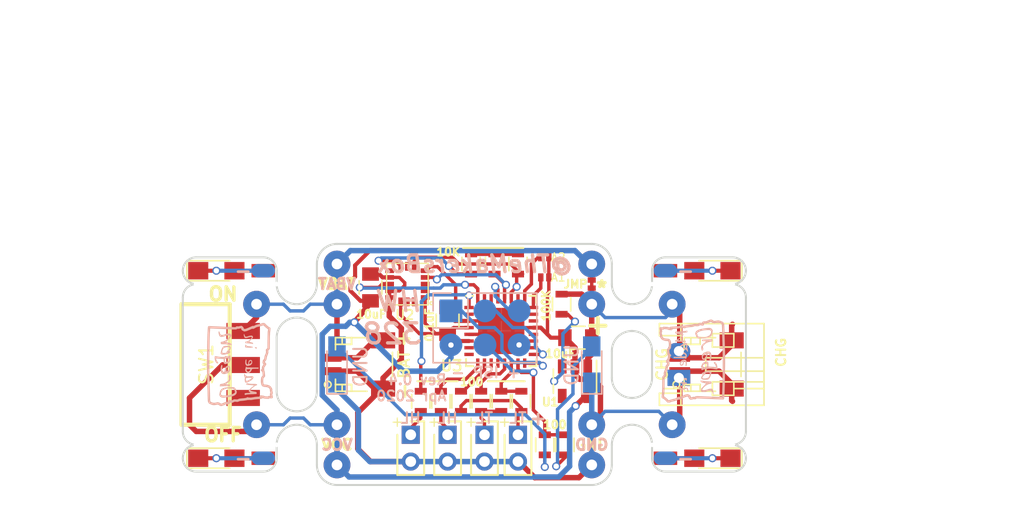
<source format=kicad_pcb>
(kicad_pcb (version 4) (host pcbnew 4.0.7)
  (title_block (title "Beetje 32U4 Blok") (date 2018-08-10) (rev 0.0) (company www.MakersBox.us) (comment 1 648.ken@gmail.com))
  (layers (0 F.Cu signal) (31 B.Cu signal) (34 B.Paste user) (35 F.Paste user) (36 B.SilkS user) (37 F.SilkS user) (38 B.Mask user) (39 F.Mask user) (44 Edge.Cuts user))
  (net 0 "")
  (net 1 GND)
  (net 2 "Net-(D4-Pad2)")
  (net 3 "Net-(D5-Pad2)")
  (net 4 "Net-(J6-Pad1)")
  (net 5 "Net-(J1-Pad1)")
  (net 6 "Net-(J7-Pad1)")
  (net 7 "Net-(J8-Pad1)")
  (net 8 "Net-(SW1-Pad3)")
  (net 9 VCC)
  (net 10 /D5)
  (net 11 /D6)
  (net 12 /RESET)
  (net 13 /D7)
  (net 14 /D8)
  (net 15 /SCK)
  (net 16 +BATT)
  (net 17 /MISO)
  (net 18 /MOSI)
  (net 19 "Net-(R1-Pad2)")
  (net 20 "Net-(R2-Pad1)")
  (net 21 /SDA)
  (net 22 /SCL)
  (net 23 /D10)
  (net 24 "Net-(U1-Pad4)")
  (net 25 "Net-(U2-Pad3)")
  (net 26 /D2)
  (net 27 "Net-(U2-Pad2)")
  (net 28 "Net-(U2-Pad9)")
  (net 29 "Net-(U2-Pad7)")
  (net 30 "Net-(U2-Pad15)")
  (net 31 "Net-(U2-Pad16)")
  (net 32 /D3)
  (net 33 /D4)
  (net 34 "Net-(U3-Pad7)")
  (net 35 "Net-(U3-Pad8)")
  (net 36 /D9)
  (net 37 "Net-(U3-Pad18)")
  (net 38 "Net-(U3-Pad19)")
  (net 39 "Net-(U3-Pad20)")
  (net 40 "Net-(U3-Pad22)")
  (net 41 /A0)
  (net 42 /A1)
  (net 43 /A2)
  (net 44 /A3)
  (net 45 /D0)
  (net 46 /D1)
  (net 47 "Net-(D1-Pad1)")
  (net 48 "Net-(D1-Pad2)")
  (net 49 "Net-(D2-Pad1)")
  (net 50 "Net-(D2-Pad2)")
  (net 51 "Net-(D3-Pad1)")
  (net 52 "Net-(D3-Pad2)")
  (net 53 "Net-(D6-Pad1)")
  (net 54 "Net-(D6-Pad2)")
  (module footprints:PIN_HEADER_LED (layer F.Cu) (at 151 108.25)
    (fp_text reference J7 hide)
    (fp_text value TL (at 0 -1.25) (layer B.SilkS) (effects (font (size 0.8 0.8)) (justify mirror)))
    (fp_text user + (at -1 -1) (layer F.SilkS) (effects (font (size 0.8 0.8) (thickness 0.1))))
    (pad 1 thru_hole rect (at 0 0) (size 1.35 1.35) (drill 0.8) (layers *.Cu *.Mask) (net 6 "Net-(J7-Pad1)"))
    (pad 2 thru_hole oval (at 0 2) (size 1.35 1.35) (drill 0.8) (layers *.Cu *.Mask) (net 1 GND))
  )
  (module footprints:MadeInOregonRev25 (layer F.Cu) (at 164 102.75 90)
    (fp_text reference VAL hide)
    (fp_text value MadeInOregonRev25 hide)
  )
  (module footprints:PIN_HEADER_LED (layer F.Cu) (at 145.75 108.25)
    (fp_text reference J6 hide)
    (fp_text value HL (at 0 -1.25) (layer B.SilkS) (effects (font (size 0.8 0.8)) (justify mirror)))
    (fp_text user + (at -1 -1) (layer F.SilkS) (effects (font (size 0.8 0.8) (thickness 0.1))))
    (pad 1 thru_hole rect (at 0 0) (size 1.35 1.35) (drill 0.8) (layers *.Cu *.Mask) (net 4 "Net-(J6-Pad1)"))
    (pad 2 thru_hole oval (at 0 2) (size 1.35 1.35) (drill 0.8) (layers *.Cu *.Mask) (net 1 GND))
  )
  (module footprints:Pin_Header_Straight_2x03_Pitch2.54mm (layer B.Cu) (at 146 99 270)
    (fp_text reference CON1 hide)
    (fp_text value AVR-ISP-6)
    (pad 1 smd rect (at 0 0 270) (size 1.7 1.7) (layers B.Cu B.Paste B.Mask) (net 17 /MISO))
    (pad 2 smd oval (at 2.54 0 270) (size 1.7 1.7) (layers B.Cu B.Paste B.Mask) (net 9 VCC))
    (pad 3 smd oval (at 0 -2.54 270) (size 1.7 1.7) (layers B.Cu B.Paste B.Mask) (net 15 /SCK))
    (pad 4 smd oval (at 2.54 -2.54 270) (size 1.7 1.7) (layers B.Cu B.Paste B.Mask) (net 18 /MOSI))
    (pad 5 smd oval (at 0 -5.08 270) (size 1.7 1.7) (layers B.Cu B.Paste B.Mask) (net 12 /RESET))
    (pad 6 smd oval (at 2.54 -5.08 270) (size 1.7 1.7) (layers B.Cu B.Paste B.Mask) (net 1 GND))
  )
  (module footprints:SPST_SMD (layer F.Cu) (at 130.5 103 270)
    (fp_text reference SW1 (at 0 2.75 270) (layer F.SilkS))
    (fp_text value SW_SPDT)
    (pad "" np_thru_hole circle (at 3.4 2.75 270) (size 0.9 0.9) (drill 0.9) (layers *.Cu *.Mask))
    (pad 1 smd rect (at -2.5 0 270) (size 1.2 2.5) (layers F.Cu F.Paste F.Mask) (net 16 +BATT))
    (pad 2 smd rect (at 0.04 0 270) (size 1.2 2.5) (layers F.Cu F.Paste F.Mask) (net 9 VCC))
    (pad 3 smd rect (at 2.5 0 270) (size 1.2 2.5) (layers F.Cu F.Paste F.Mask) (net 8 "Net-(SW1-Pad3)"))
    (pad "" np_thru_hole circle (at -3.4 2.75 270) (size 0.9 0.9) (drill 0.9) (layers *.Cu *.Mask))
  )
  (module footprints:LED_0805_HandSoldering (layer B.Cu) (at 137.5 103 90)
    (fp_text reference D4 hide)
    (fp_text value UND (at -0.15 1.75 90) (layer B.SilkS) (effects (justify mirror)))
    (pad 1 smd rect (at -1.35 0 90) (size 1.5 1.3) (layers B.Cu B.Paste B.Mask) (net 1 GND))
    (pad 2 smd rect (at 1.35 0 90) (size 1.5 1.3) (layers B.Cu B.Paste B.Mask) (net 2 "Net-(D4-Pad2)"))
  )
  (module footprints:LED_0805_HandSoldering (layer B.Cu) (at 156.5 103 90)
    (fp_text reference D5 hide)
    (fp_text value UND (at -0.05 -1.5 90) (layer B.SilkS) (effects (justify mirror)))
    (pad 1 smd rect (at -1.35 0 90) (size 1.5 1.3) (layers B.Cu B.Paste B.Mask) (net 1 GND))
    (pad 2 smd rect (at 1.35 0 90) (size 1.5 1.3) (layers B.Cu B.Paste B.Mask) (net 3 "Net-(D5-Pad2)"))
  )
  (module footprints:R_0603 (layer F.Cu) (at 143.75 105.75 270)
    (fp_text reference R6 hide)
    (fp_text value 100 hide)
    (pad 1 smd rect (at -0.75 0 270) (size 0.5 0.9) (layers F.Cu F.Paste F.Mask) (net 32 /D3))
    (pad 2 smd rect (at 0.75 0 270) (size 0.5 0.9) (layers F.Cu F.Paste F.Mask) (net 5 "Net-(J1-Pad1)"))
  )
  (module footprints:R_0603 (layer F.Cu) (at 146.75 105.75 270)
    (fp_text reference R8 hide)
    (fp_text value 100 hide)
    (pad 1 smd rect (at -0.75 0 270) (size 0.5 0.9) (layers F.Cu F.Paste F.Mask) (net 11 /D6))
    (pad 2 smd rect (at 0.75 0 270) (size 0.5 0.9) (layers F.Cu F.Paste F.Mask) (net 6 "Net-(J7-Pad1)"))
  )
  (module footprints:R_0603 (layer F.Cu) (at 145.25 105.75 270)
    (fp_text reference R7 hide)
    (fp_text value 100 hide)
    (pad 1 smd rect (at -0.75 0 270) (size 0.5 0.9) (layers F.Cu F.Paste F.Mask) (net 10 /D5))
    (pad 2 smd rect (at 0.75 0 270) (size 0.5 0.9) (layers F.Cu F.Paste F.Mask) (net 4 "Net-(J6-Pad1)"))
  )
  (module footprints:R_0603 (layer F.Cu) (at 148.25 105.75 270)
    (fp_text reference R9 hide)
    (fp_text value 100 (at -1.45 0.7 360) (layer F.SilkS) (effects (font (size 0.6 0.6))))
    (pad 1 smd rect (at -0.75 0 270) (size 0.5 0.9) (layers F.Cu F.Paste F.Mask) (net 36 /D9))
    (pad 2 smd rect (at 0.75 0 270) (size 0.5 0.9) (layers F.Cu F.Paste F.Mask) (net 7 "Net-(J8-Pad1)"))
  )
  (module footprints:R_0603 (layer F.Cu) (at 153 109 270)
    (fp_text reference R11 hide)
    (fp_text value 100 (at -1.5 -0.75 360) (layer F.SilkS) (effects (font (size 0.6 0.6))))
    (pad 1 smd rect (at -0.75 0 270) (size 0.5 0.9) (layers F.Cu F.Paste F.Mask) (net 18 /MOSI))
    (pad 2 smd rect (at 0.75 0 270) (size 0.5 0.9) (layers F.Cu F.Paste F.Mask) (net 2 "Net-(D4-Pad2)"))
  )
  (module footprints:R_0603 (layer F.Cu) (at 154.5 109 270)
    (fp_text reference R12 hide)
    (fp_text value 100 hide)
    (pad 1 smd rect (at -0.75 0 270) (size 0.5 0.9) (layers F.Cu F.Paste F.Mask) (net 18 /MOSI))
    (pad 2 smd rect (at 0.75 0 270) (size 0.5 0.9) (layers F.Cu F.Paste F.Mask) (net 3 "Net-(D5-Pad2)"))
  )
  (module footprints:Jumper (layer F.Cu) (at 156.5 97 90)
    (fp_text reference JP1 hide)
    (fp_text value JMP (at 0 -1.2 180) (layer F.SilkS) (effects (font (size 0.6 0.6))))
    (pad 1 smd rect (at -0.3 0 90) (size 0.4 0.6) (layers F.Cu F.Paste F.Mask) (net 16 +BATT))
    (pad 2 smd rect (at 0.3 0 90) (size 0.4 0.6) (layers F.Cu F.Paste F.Mask) (net 16 +BATT))
  )
  (module footprints:C_0805 (layer F.Cu) (at 155.5 101 180)
    (fp_text reference C2 hide)
    (fp_text value 10uF (at 1.35 -1.2 180) (layer F.SilkS) (effects (font (size 0.6 0.6))))
    (pad 1 smd rect (at -1 0 180) (size 1 1.25) (layers F.Cu F.Paste F.Mask) (net 16 +BATT))
    (pad 2 smd rect (at 1 0 180) (size 1 1.25) (layers F.Cu F.Paste F.Mask) (net 1 GND))
  )
  (module footprints:C_0805 (layer F.Cu) (at 140 97.25 90)
    (fp_text reference C3 hide)
    (fp_text value 10uF (at -2 0.05 180) (layer F.SilkS) (effects (font (size 0.6 0.6))))
    (pad 1 smd rect (at -1 0 90) (size 1 1.25) (layers F.Cu F.Paste F.Mask) (net 9 VCC))
    (pad 2 smd rect (at 1 0 90) (size 1 1.25) (layers F.Cu F.Paste F.Mask) (net 1 GND))
  )
  (module footprints:R_0603 (layer F.Cu) (at 151.25 105.75 270)
    (fp_text reference R5 hide)
    (fp_text value 100 hide)
    (pad 1 smd rect (at -0.75 0 270) (size 0.5 0.9) (layers F.Cu F.Paste F.Mask) (net 23 /D10))
    (pad 2 smd rect (at 0.75 0 270) (size 0.5 0.9) (layers F.Cu F.Paste F.Mask) (net 6 "Net-(J7-Pad1)"))
  )
  (module footprints:R_0603 (layer F.Cu) (at 149.75 105.75 270)
    (fp_text reference R10 hide)
    (fp_text value 100 hide)
    (pad 1 smd rect (at -0.75 0 270) (size 0.5 0.9) (layers F.Cu F.Paste F.Mask) (net 23 /D10))
    (pad 2 smd rect (at 0.75 0 270) (size 0.5 0.9) (layers F.Cu F.Paste F.Mask) (net 7 "Net-(J8-Pad1)"))
  )
  (module footprints:LIS3DH_EP (layer F.Cu) (at 142.75 97 180)
    (fp_text reference U2 (at 0.2 -2.3 360) (layer F.SilkS) (effects (font (size 0.7 0.7) (thickness 0.125))))
    (fp_text value LIS3DH)
    (pad 3 smd rect (at -1.325 0 180) (size 0.65 0.35) (layers F.Cu F.Paste F.Mask) (net 25 "Net-(U2-Pad3)"))
    (pad 11 smd rect (at 1.325 0 180) (size 0.65 0.35) (layers F.Cu F.Paste F.Mask) (net 26 /D2))
    (pad 2 smd rect (at -1.325 -0.5 180) (size 0.65 0.35) (layers F.Cu F.Paste F.Mask) (net 27 "Net-(U2-Pad2)"))
    (pad 12 smd rect (at 1.325 -0.5 180) (size 0.65 0.35) (layers F.Cu F.Paste F.Mask) (net 1 GND))
    (pad 1 smd rect (at -1.325 -1 180) (size 0.65 0.35) (layers F.Cu F.Paste F.Mask) (net 9 VCC))
    (pad 13 smd rect (at 1.325 -1 180) (size 0.65 0.35) (layers F.Cu F.Paste F.Mask) (net 1 GND))
    (pad 9 smd rect (at 1.325 1 180) (size 0.65 0.35) (layers F.Cu F.Paste F.Mask) (net 28 "Net-(U2-Pad9)"))
    (pad 10 smd rect (at 1.325 0.5 180) (size 0.65 0.35) (layers F.Cu F.Paste F.Mask) (net 1 GND))
    (pad 7 smd rect (at 0 1.325 270) (size 0.65 0.35) (layers F.Cu F.Paste F.Mask) (net 29 "Net-(U2-Pad7)"))
    (pad 4 smd rect (at -1.325 0.5 180) (size 0.65 0.35) (layers F.Cu F.Paste F.Mask) (net 22 /SCL))
    (pad 5 smd rect (at -1.325 1 180) (size 0.65 0.35) (layers F.Cu F.Paste F.Mask) (net 1 GND))
    (pad 8 smd rect (at 0.5 1.325 270) (size 0.65 0.35) (layers F.Cu F.Paste F.Mask) (net 20 "Net-(R2-Pad1)"))
    (pad 6 smd rect (at -0.5 1.325 270) (size 0.65 0.35) (layers F.Cu F.Paste F.Mask) (net 21 /SDA))
    (pad 15 smd rect (at 0 -1.325 270) (size 0.65 0.35) (layers F.Cu F.Paste F.Mask) (net 30 "Net-(U2-Pad15)"))
    (pad 14 smd rect (at 0.5 -1.325 270) (size 0.65 0.35) (layers F.Cu F.Paste F.Mask) (net 9 VCC))
    (pad 16 smd rect (at -0.5 -1.325 270) (size 0.65 0.35) (layers F.Cu F.Paste F.Mask) (net 31 "Net-(U2-Pad16)"))
  )
  (module footprints:R_0603 (layer F.Cu) (at 149.25 95.5 90)
    (fp_text reference R4 hide)
    (fp_text value 10K (at 0.9 -3.45 360) (layer F.SilkS) (effects (font (size 0.6 0.6))))
    (pad 1 smd rect (at -0.75 0 90) (size 0.5 0.9) (layers F.Cu F.Paste F.Mask) (net 22 /SCL))
    (pad 2 smd rect (at 0.75 0 90) (size 0.5 0.9) (layers F.Cu F.Paste F.Mask) (net 9 VCC))
  )
  (module footprints:R_0603 (layer F.Cu) (at 151 95.5 90)
    (fp_text reference R3 hide)
    (fp_text value 10K hide)
    (pad 1 smd rect (at -0.75 0 90) (size 0.5 0.9) (layers F.Cu F.Paste F.Mask) (net 21 /SDA))
    (pad 2 smd rect (at 0.75 0 90) (size 0.5 0.9) (layers F.Cu F.Paste F.Mask) (net 9 VCC))
  )
  (module footprints:R_0603 (layer F.Cu) (at 147.5 95.5 90)
    (fp_text reference R2 hide)
    (fp_text value 10K hide)
    (pad 1 smd rect (at -0.75 0 90) (size 0.5 0.9) (layers F.Cu F.Paste F.Mask) (net 20 "Net-(R2-Pad1)"))
    (pad 2 smd rect (at 0.75 0 90) (size 0.5 0.9) (layers F.Cu F.Paste F.Mask) (net 9 VCC))
  )
  (module footprints:R_0603 (layer F.Cu) (at 154.25 98.5 270)
    (fp_text reference R1 hide)
    (fp_text value 100K (at 0.1 1.15 270) (layer F.SilkS) (effects (font (size 0.6 0.6))))
    (pad 1 smd rect (at -0.75 0 270) (size 0.5 0.9) (layers F.Cu F.Paste F.Mask) (net 16 +BATT))
    (pad 2 smd rect (at 0.75 0 270) (size 0.5 0.9) (layers F.Cu F.Paste F.Mask) (net 19 "Net-(R1-Pad2)"))
  )
  (module footprints:MadeInOregonRev25 (layer F.Cu) (at 130.25 103 270)
    (fp_text reference VAL hide)
    (fp_text value MadeInOregonRev25 hide)
  )
  (module footprints:PIN_HEADER_LED (layer F.Cu) (at 148.5 108.25)
    (fp_text reference J8 hide)
    (fp_text value TL (at 0 -1.25) (layer B.SilkS) (effects (font (size 0.8 0.8)) (justify mirror)))
    (fp_text user + (at -1 -1) (layer F.SilkS) (effects (font (size 0.8 0.8) (thickness 0.1))))
    (pad 1 thru_hole rect (at 0 0) (size 1.35 1.35) (drill 0.8) (layers *.Cu *.Mask) (net 7 "Net-(J8-Pad1)"))
    (pad 2 thru_hole oval (at 0 2) (size 1.35 1.35) (drill 0.8) (layers *.Cu *.Mask) (net 1 GND))
  )
  (module footprints:PIN_HEADER_LED (layer F.Cu) (at 143 108.25)
    (fp_text reference J1 hide)
    (fp_text value HL (at 0 -1.25) (layer B.SilkS) (effects (font (size 0.8 0.8)) (justify mirror)))
    (fp_text user + (at -1 -1) (layer F.SilkS) (effects (font (size 0.8 0.8) (thickness 0.1))))
    (pad 1 thru_hole rect (at 0 0) (size 1.35 1.35) (drill 0.8) (layers *.Cu *.Mask) (net 5 "Net-(J1-Pad1)"))
    (pad 2 thru_hole oval (at 0 2) (size 1.35 1.35) (drill 0.8) (layers *.Cu *.Mask) (net 1 GND))
  )
  (module footprints:SolderWirePad_single_0-8mmDrill (layer F.Cu) (at 137.5 107.5)
    (fp_text reference J59 hide)
    (fp_text value Conn)
    (pad 1 thru_hole circle (at 0 0) (size 1.99898 1.99898) (drill 0.8001) (layers *.Cu *.Mask) (net 9 VCC))
  )
  (module footprints:SolderWirePad_single_0-8mmDrill (layer F.Cu) (at 131.5 107.5)
    (fp_text reference J57 hide)
    (fp_text value Conn)
    (pad 1 thru_hole circle (at 0 0) (size 1.99898 1.99898) (drill 0.8001) (layers *.Cu *.Mask) (net 9 VCC))
  )
  (module footprints:SolderWirePad_single_0-8mmDrill (layer F.Cu) (at 156.5 107.5)
    (fp_text reference J49 hide)
    (fp_text value Conn)
    (pad 1 thru_hole circle (at 0 0) (size 1.99898 1.99898) (drill 0.8001) (layers *.Cu *.Mask) (net 1 GND))
  )
  (module footprints:SolderWirePad_single_0-8mmDrill (layer F.Cu) (at 156.5 98.5)
    (fp_text reference J48 hide)
    (fp_text value Conn)
    (pad 1 thru_hole circle (at 0 0) (size 1.99898 1.99898) (drill 0.8001) (layers *.Cu *.Mask) (net 16 +BATT))
  )
  (module footprints:SolderWirePad_single_0-8mmDrill (layer F.Cu) (at 162.5 107.5)
    (fp_text reference J47 hide)
    (fp_text value Conn)
    (pad 1 thru_hole circle (at 0 0) (size 1.99898 1.99898) (drill 0.8001) (layers *.Cu *.Mask) (net 1 GND))
  )
  (module footprints:SolderWirePad_single_0-8mmDrill (layer F.Cu) (at 162.5 98.5)
    (fp_text reference J46 hide)
    (fp_text value Conn)
    (pad 1 thru_hole circle (at 0 0) (size 1.99898 1.99898) (drill 0.8001) (layers *.Cu *.Mask) (net 16 +BATT))
  )
  (module footprints:SolderWirePad_single_0-8mmDrill (layer F.Cu) (at 131.5 98.5)
    (fp_text reference J56 hide)
    (fp_text value Conn)
    (pad 1 thru_hole circle (at 0 0) (size 1.99898 1.99898) (drill 0.8001) (layers *.Cu *.Mask) (net 16 +BATT))
  )
  (module footprints:SolderWirePad_single_0-8mmDrill (layer F.Cu) (at 156.5 95.5)
    (fp_text reference J44 hide)
    (fp_text value Conn)
    (pad 1 thru_hole circle (at 0 0) (size 1.99898 1.99898) (drill 0.8001) (layers *.Cu *.Mask) (net 16 +BATT))
  )
  (module footprints:SolderWirePad_single_0-8mmDrill (layer F.Cu) (at 156.5 110.5)
    (fp_text reference J45 hide)
    (fp_text value Conn)
    (pad 1 thru_hole circle (at 0 0) (size 1.99898 1.99898) (drill 0.8001) (layers *.Cu *.Mask) (net 1 GND))
  )
  (module footprints:SolderWirePad_single_0-8mmDrill (layer F.Cu) (at 137.5 110.5)
    (fp_text reference J55 hide)
    (fp_text value Conn)
    (pad 1 thru_hole circle (at 0 0) (size 1.99898 1.99898) (drill 0.8001) (layers *.Cu *.Mask) (net 9 VCC))
  )
  (module footprints:SolderWirePad_single_0-8mmDrill (layer F.Cu) (at 137.5 98.5)
    (fp_text reference J58 hide)
    (fp_text value Conn)
    (pad 1 thru_hole circle (at 0 0) (size 1.99898 1.99898) (drill 0.8001) (layers *.Cu *.Mask) (net 16 +BATT))
  )
  (module footprints:SolderWirePad_single_0-8mmDrill (layer F.Cu) (at 137.5 95.5)
    (fp_text reference J54 hide)
    (fp_text value Conn)
    (pad 1 thru_hole circle (at 0 0) (size 1.99898 1.99898) (drill 0.8001) (layers *.Cu *.Mask) (net 16 +BATT))
  )
  (module footprints:SOT-23-5 (layer F.Cu) (at 155.25 104.25 270)
    (fp_text reference U1 (at 1.55 1.85 360) (layer F.SilkS) (effects (font (size 0.6 0.6))))
    (fp_text value MIC5225-3.3)
    (pad 1 smd rect (at -1.1 -0.95 270) (size 1.06 0.65) (layers F.Cu F.Paste F.Mask) (net 16 +BATT))
    (pad 2 smd rect (at -1.1 0 270) (size 1.06 0.65) (layers F.Cu F.Paste F.Mask) (net 1 GND))
    (pad 3 smd rect (at -1.1 0.95 270) (size 1.06 0.65) (layers F.Cu F.Paste F.Mask) (net 19 "Net-(R1-Pad2)"))
    (pad 4 smd rect (at 1.1 0.95 270) (size 1.06 0.65) (layers F.Cu F.Paste F.Mask) (net 24 "Net-(U1-Pad4)"))
    (pad 5 smd rect (at 1.1 -0.95 270) (size 1.06 0.65) (layers F.Cu F.Paste F.Mask) (net 9 VCC))
  )
  (module footprints:QFN-32-1EP_5x5mm_Pitch0.5mm (layer F.Cu) (at 149.75 100.5)
    (fp_text reference U3 (at -3.7 2.6 180) (layer F.SilkS) (effects (font (size 0.8 0.8))))
    (fp_text value ATMEGA328-MU)
    (pad 1 smd rect (at -2.4 -1.75) (size 0.7 0.25) (layers F.Cu F.Paste F.Mask) (net 32 /D3))
    (pad 2 smd rect (at -2.4 -1.25) (size 0.7 0.25) (layers F.Cu F.Paste F.Mask) (net 33 /D4))
    (pad 3 smd rect (at -2.4 -0.75) (size 0.7 0.25) (layers F.Cu F.Paste F.Mask) (net 1 GND))
    (pad 4 smd rect (at -2.4 -0.25) (size 0.7 0.25) (layers F.Cu F.Paste F.Mask) (net 9 VCC))
    (pad 5 smd rect (at -2.4 0.25) (size 0.7 0.25) (layers F.Cu F.Paste F.Mask) (net 1 GND))
    (pad 6 smd rect (at -2.4 0.75) (size 0.7 0.25) (layers F.Cu F.Paste F.Mask) (net 9 VCC))
    (pad 7 smd rect (at -2.4 1.25) (size 0.7 0.25) (layers F.Cu F.Paste F.Mask) (net 34 "Net-(U3-Pad7)"))
    (pad 8 smd rect (at -2.4 1.75) (size 0.7 0.25) (layers F.Cu F.Paste F.Mask) (net 35 "Net-(U3-Pad8)"))
    (pad 9 smd rect (at -1.75 2.4 90) (size 0.7 0.25) (layers F.Cu F.Paste F.Mask) (net 10 /D5))
    (pad 10 smd rect (at -1.25 2.4 90) (size 0.7 0.25) (layers F.Cu F.Paste F.Mask) (net 11 /D6))
    (pad 11 smd rect (at -0.75 2.4 90) (size 0.7 0.25) (layers F.Cu F.Paste F.Mask) (net 13 /D7))
    (pad 12 smd rect (at -0.25 2.4 90) (size 0.7 0.25) (layers F.Cu F.Paste F.Mask) (net 14 /D8))
    (pad 13 smd rect (at 0.25 2.4 90) (size 0.7 0.25) (layers F.Cu F.Paste F.Mask) (net 36 /D9))
    (pad 14 smd rect (at 0.75 2.4 90) (size 0.7 0.25) (layers F.Cu F.Paste F.Mask) (net 23 /D10))
    (pad 15 smd rect (at 1.25 2.4 90) (size 0.7 0.25) (layers F.Cu F.Paste F.Mask) (net 18 /MOSI))
    (pad 16 smd rect (at 1.75 2.4 90) (size 0.7 0.25) (layers F.Cu F.Paste F.Mask) (net 17 /MISO))
    (pad 17 smd rect (at 2.4 1.75) (size 0.7 0.25) (layers F.Cu F.Paste F.Mask) (net 15 /SCK))
    (pad 18 smd rect (at 2.4 1.25) (size 0.7 0.25) (layers F.Cu F.Paste F.Mask) (net 37 "Net-(U3-Pad18)"))
    (pad 19 smd rect (at 2.4 0.75) (size 0.7 0.25) (layers F.Cu F.Paste F.Mask) (net 38 "Net-(U3-Pad19)"))
    (pad 20 smd rect (at 2.4 0.25) (size 0.7 0.25) (layers F.Cu F.Paste F.Mask) (net 39 "Net-(U3-Pad20)"))
    (pad 21 smd rect (at 2.4 -0.25) (size 0.7 0.25) (layers F.Cu F.Paste F.Mask) (net 1 GND))
    (pad 22 smd rect (at 2.4 -0.75) (size 0.7 0.25) (layers F.Cu F.Paste F.Mask) (net 40 "Net-(U3-Pad22)"))
    (pad 23 smd rect (at 2.4 -1.25) (size 0.7 0.25) (layers F.Cu F.Paste F.Mask) (net 41 /A0))
    (pad 24 smd rect (at 2.4 -1.75) (size 0.7 0.25) (layers F.Cu F.Paste F.Mask) (net 42 /A1))
    (pad 25 smd rect (at 1.75 -2.4 90) (size 0.7 0.25) (layers F.Cu F.Paste F.Mask) (net 43 /A2))
    (pad 26 smd rect (at 1.25 -2.4 90) (size 0.7 0.25) (layers F.Cu F.Paste F.Mask) (net 44 /A3))
    (pad 27 smd rect (at 0.75 -2.4 90) (size 0.7 0.25) (layers F.Cu F.Paste F.Mask) (net 21 /SDA))
    (pad 28 smd rect (at 0.25 -2.4 90) (size 0.7 0.25) (layers F.Cu F.Paste F.Mask) (net 22 /SCL))
    (pad 29 smd rect (at -0.25 -2.4 90) (size 0.7 0.25) (layers F.Cu F.Paste F.Mask) (net 12 /RESET))
    (pad 30 smd rect (at -0.75 -2.4 90) (size 0.7 0.25) (layers F.Cu F.Paste F.Mask) (net 45 /D0))
    (pad 31 smd rect (at -1.25 -2.4 90) (size 0.7 0.25) (layers F.Cu F.Paste F.Mask) (net 46 /D1))
    (pad 32 smd rect (at -1.75 -2.4 90) (size 0.7 0.25) (layers F.Cu F.Paste F.Mask) (net 26 /D2))
    (pad 3 smd rect (at 0.8625 0.8625) (size 1.725 1.725) (layers F.Cu F.Paste F.Mask) (net 1 GND))
    (pad 3 smd rect (at 0.8625 -0.8625) (size 1.725 1.725) (layers F.Cu F.Paste F.Mask) (net 1 GND))
    (pad 3 smd rect (at -0.8625 0.8625) (size 1.725 1.725) (layers F.Cu F.Paste F.Mask) (net 1 GND))
    (pad 3 smd rect (at -0.8625 -0.8625) (size 1.725 1.725) (layers F.Cu F.Paste F.Mask) (net 1 GND))
  )
  (module footprints:JST_SH_SM02B-SRSS-TB_02x1.00mm_Angled (layer F.Cu) (at 165 103 90)
    (fp_text reference J2 hide)
    (fp_text value CHG (at 0 -3.25 90) (layer F.SilkS) (effects (font (size 0.8 0.8))))
    (pad 1 smd rect (at -0.5 -1.9375 90) (size 0.6 1.55) (layers F.Cu F.Paste F.Mask) (net 1 GND))
    (pad 2 smd rect (at 0.5 -1.9375 90) (size 0.6 1.55) (layers F.Cu F.Paste F.Mask) (net 16 +BATT))
    (pad 1 smd rect (at -1.8 1.9375 90) (size 1.2 1.8) (layers F.Cu F.Paste F.Mask) (net 1 GND))
    (pad 2 smd rect (at 1.8 1.9375 90) (size 1.2 1.8) (layers F.Cu F.Paste F.Mask) (net 16 +BATT))
  )
  (module footprints:JST_SH_SM02B-SRSS-TB_02x1.00mm_Angled (layer F.Cu) (at 139 103 90)
    (fp_text reference J3 hide)
    (fp_text value BAT (at 0 3.5 90) (layer F.SilkS) (effects (font (size 0.8 0.8))))
    (pad 1 smd rect (at -0.5 -1.9375 90) (size 0.6 1.55) (layers F.Cu F.Paste F.Mask) (net 1 GND))
    (pad 2 smd rect (at 0.5 -1.9375 90) (size 0.6 1.55) (layers F.Cu F.Paste F.Mask) (net 16 +BATT))
    (pad 1 smd rect (at -1.8 1.9375 90) (size 1.2 1.8) (layers F.Cu F.Paste F.Mask) (net 1 GND))
    (pad 2 smd rect (at 1.8 1.9375 90) (size 1.2 1.8) (layers F.Cu F.Paste F.Mask) (net 16 +BATT))
  )
  (module footprints:C_0805 (layer F.Cu) (at 145.75 99.75 90)
    (fp_text reference C1 hide)
    (fp_text value 0.1uF (at -0.3 -1.35 90) (layer F.SilkS) (effects (font (size 0.6 0.6))))
    (pad 1 smd rect (at -1 0 90) (size 1 1.25) (layers F.Cu F.Paste F.Mask) (net 9 VCC))
    (pad 2 smd rect (at 1 0 90) (size 1 1.25) (layers F.Cu F.Paste F.Mask) (net 1 GND))
  )
  (module footprints:LED_0805_HandSoldering (layer F.Cu) (at 128.5 110)
    (fp_text reference D1 hide)
    (fp_text value LED hide)
    (pad 1 smd rect (at -1.35 0) (size 1.5 1.3) (layers F.Cu F.Paste F.Mask) (net 47 "Net-(D1-Pad1)"))
    (pad 2 smd rect (at 1.35 0) (size 1.5 1.3) (layers F.Cu F.Paste F.Mask) (net 48 "Net-(D1-Pad2)"))
  )
  (module footprints:LED_0805_HandSoldering (layer F.Cu) (at 165.5 110 180)
    (fp_text reference D2 hide)
    (fp_text value LED hide)
    (pad 1 smd rect (at -1.35 0 180) (size 1.5 1.3) (layers F.Cu F.Paste F.Mask) (net 49 "Net-(D2-Pad1)"))
    (pad 2 smd rect (at 1.35 0 180) (size 1.5 1.3) (layers F.Cu F.Paste F.Mask) (net 50 "Net-(D2-Pad2)"))
  )
  (module footprints:LED_0805_HandSoldering (layer F.Cu) (at 128.5 96)
    (fp_text reference D3 hide)
    (fp_text value LED hide)
    (pad 1 smd rect (at -1.35 0) (size 1.5 1.3) (layers F.Cu F.Paste F.Mask) (net 51 "Net-(D3-Pad1)"))
    (pad 2 smd rect (at 1.35 0) (size 1.5 1.3) (layers F.Cu F.Paste F.Mask) (net 52 "Net-(D3-Pad2)"))
  )
  (module footprints:LED_0805_HandSoldering (layer F.Cu) (at 165.5 96 180)
    (fp_text reference D6 hide)
    (fp_text value LED hide)
    (pad 1 smd rect (at -1.35 0 180) (size 1.5 1.3) (layers F.Cu F.Paste F.Mask) (net 53 "Net-(D6-Pad1)"))
    (pad 2 smd rect (at 1.35 0 180) (size 1.5 1.3) (layers F.Cu F.Paste F.Mask) (net 54 "Net-(D6-Pad2)"))
  )
  (module footprints:LED_PADS (layer F.Cu) (at 132 110)
    (fp_text reference J4 hide)
    (fp_text value LED)
    (pad 1 smd rect (at 0 0) (size 1.75 1) (layers F.Cu F.Paste F.Mask) (net 48 "Net-(D1-Pad2)"))
    (pad 2 smd oval (at 0 0) (size 1.75 1) (layers B.Cu B.Paste B.Mask) (net 47 "Net-(D1-Pad1)"))
  )
  (module footprints:LED_PADS (layer F.Cu) (at 162 110)
    (fp_text reference J5 hide)
    (fp_text value LED)
    (pad 1 smd rect (at 0 0) (size 1.75 1) (layers F.Cu F.Paste F.Mask) (net 50 "Net-(D2-Pad2)"))
    (pad 2 smd oval (at 0 0) (size 1.75 1) (layers B.Cu B.Paste B.Mask) (net 49 "Net-(D2-Pad1)"))
  )
  (module footprints:LED_PADS (layer F.Cu) (at 132 96)
    (fp_text reference J9 hide)
    (fp_text value LED)
    (pad 1 smd rect (at 0 0) (size 1.75 1) (layers F.Cu F.Paste F.Mask) (net 52 "Net-(D3-Pad2)"))
    (pad 2 smd oval (at 0 0) (size 1.75 1) (layers B.Cu B.Paste B.Mask) (net 51 "Net-(D3-Pad1)"))
  )
  (module footprints:LED_PADS (layer F.Cu) (at 162 96)
    (fp_text reference J10 hide)
    (fp_text value LED)
    (pad 1 smd rect (at 0 0) (size 1.75 1) (layers F.Cu F.Paste F.Mask) (net 54 "Net-(D6-Pad2)"))
    (pad 2 smd oval (at 0 0) (size 1.75 1) (layers B.Cu B.Paste B.Mask) (net 53 "Net-(D6-Pad1)"))
  )
  (module footprints:MOUSEBITE (layer F.Cu) (at 131 109)
    (fp_text reference REF** hide)
    (fp_text value 1pin)
    (pad "" np_thru_hole circle (at -1.016 0) (size 0.3302 0.3302) (drill 0.3302) (layers *.Cu *.Mask))
    (pad "" np_thru_hole circle (at 1.016 0) (size 0.3302 0.3302) (drill 0.3302) (layers *.Cu *.Mask))
    (pad "" np_thru_hole circle (at 0 0) (size 0.3302 0.3302) (drill 0.3302) (layers *.Cu *.Mask))
  )
  (module footprints:MOUSEBITE (layer F.Cu) (at 128 109)
    (fp_text reference REF** hide)
    (fp_text value 1pin)
    (pad "" np_thru_hole circle (at -1.016 0) (size 0.3302 0.3302) (drill 0.3302) (layers *.Cu *.Mask))
    (pad "" np_thru_hole circle (at 1.016 0) (size 0.3302 0.3302) (drill 0.3302) (layers *.Cu *.Mask))
    (pad "" np_thru_hole circle (at 0 0) (size 0.3302 0.3302) (drill 0.3302) (layers *.Cu *.Mask))
  )
  (module footprints:MOUSEBITE (layer F.Cu) (at 131 97)
    (fp_text reference REF** hide)
    (fp_text value 1pin)
    (pad "" np_thru_hole circle (at -1.016 0) (size 0.3302 0.3302) (drill 0.3302) (layers *.Cu *.Mask))
    (pad "" np_thru_hole circle (at 1.016 0) (size 0.3302 0.3302) (drill 0.3302) (layers *.Cu *.Mask))
    (pad "" np_thru_hole circle (at 0 0) (size 0.3302 0.3302) (drill 0.3302) (layers *.Cu *.Mask))
  )
  (module footprints:MOUSEBITE (layer F.Cu) (at 128 97)
    (fp_text reference REF** hide)
    (fp_text value 1pin)
    (pad "" np_thru_hole circle (at -1.016 0) (size 0.3302 0.3302) (drill 0.3302) (layers *.Cu *.Mask))
    (pad "" np_thru_hole circle (at 1.016 0) (size 0.3302 0.3302) (drill 0.3302) (layers *.Cu *.Mask))
    (pad "" np_thru_hole circle (at 0 0) (size 0.3302 0.3302) (drill 0.3302) (layers *.Cu *.Mask))
  )
  (module footprints:MOUSEBITE (layer F.Cu) (at 163 109)
    (fp_text reference REF** hide)
    (fp_text value 1pin)
    (pad "" np_thru_hole circle (at -1.016 0) (size 0.3302 0.3302) (drill 0.3302) (layers *.Cu *.Mask))
    (pad "" np_thru_hole circle (at 1.016 0) (size 0.3302 0.3302) (drill 0.3302) (layers *.Cu *.Mask))
    (pad "" np_thru_hole circle (at 0 0) (size 0.3302 0.3302) (drill 0.3302) (layers *.Cu *.Mask))
  )
  (module footprints:MOUSEBITE (layer F.Cu) (at 166 109)
    (fp_text reference REF** hide)
    (fp_text value 1pin)
    (pad "" np_thru_hole circle (at -1.016 0) (size 0.3302 0.3302) (drill 0.3302) (layers *.Cu *.Mask))
    (pad "" np_thru_hole circle (at 1.016 0) (size 0.3302 0.3302) (drill 0.3302) (layers *.Cu *.Mask))
    (pad "" np_thru_hole circle (at 0 0) (size 0.3302 0.3302) (drill 0.3302) (layers *.Cu *.Mask))
  )
  (module footprints:MOUSEBITE (layer F.Cu) (at 163 97)
    (fp_text reference REF** hide)
    (fp_text value 1pin)
    (pad "" np_thru_hole circle (at -1.016 0) (size 0.3302 0.3302) (drill 0.3302) (layers *.Cu *.Mask))
    (pad "" np_thru_hole circle (at 1.016 0) (size 0.3302 0.3302) (drill 0.3302) (layers *.Cu *.Mask))
    (pad "" np_thru_hole circle (at 0 0) (size 0.3302 0.3302) (drill 0.3302) (layers *.Cu *.Mask))
  )
  (module footprints:MOUSEBITE (layer F.Cu) (at 166 97)
    (fp_text reference REF** hide)
    (fp_text value 1pin)
    (pad "" np_thru_hole circle (at -1.016 0) (size 0.3302 0.3302) (drill 0.3302) (layers *.Cu *.Mask))
    (pad "" np_thru_hole circle (at 1.016 0) (size 0.3302 0.3302) (drill 0.3302) (layers *.Cu *.Mask))
    (pad "" np_thru_hole circle (at 0 0) (size 0.3302 0.3302) (drill 0.3302) (layers *.Cu *.Mask))
  )
  (module footprints:MOUSEBITE (layer F.Cu) (at 161 99 90)
    (fp_text reference REF** hide)
    (fp_text value 1pin)
    (pad "" np_thru_hole circle (at -1.016 0 90) (size 0.3302 0.3302) (drill 0.3302) (layers *.Cu *.Mask))
    (pad "" np_thru_hole circle (at 1.016 0 90) (size 0.3302 0.3302) (drill 0.3302) (layers *.Cu *.Mask))
    (pad "" np_thru_hole circle (at 0 0 90) (size 0.3302 0.3302) (drill 0.3302) (layers *.Cu *.Mask))
  )
  (module footprints:MOUSEBITE (layer F.Cu) (at 158 99 90)
    (fp_text reference REF** hide)
    (fp_text value 1pin)
    (pad "" np_thru_hole circle (at -1.016 0 90) (size 0.3302 0.3302) (drill 0.3302) (layers *.Cu *.Mask))
    (pad "" np_thru_hole circle (at 1.016 0 90) (size 0.3302 0.3302) (drill 0.3302) (layers *.Cu *.Mask))
    (pad "" np_thru_hole circle (at 0 0 90) (size 0.3302 0.3302) (drill 0.3302) (layers *.Cu *.Mask))
  )
  (module footprints:MOUSEBITE (layer F.Cu) (at 161 106 90)
    (fp_text reference REF** hide)
    (fp_text value 1pin)
    (pad "" np_thru_hole circle (at -1.016 0 90) (size 0.3302 0.3302) (drill 0.3302) (layers *.Cu *.Mask))
    (pad "" np_thru_hole circle (at 1.016 0 90) (size 0.3302 0.3302) (drill 0.3302) (layers *.Cu *.Mask))
    (pad "" np_thru_hole circle (at 0 0 90) (size 0.3302 0.3302) (drill 0.3302) (layers *.Cu *.Mask))
  )
  (module footprints:MOUSEBITE (layer F.Cu) (at 158 106 90)
    (fp_text reference REF** hide)
    (fp_text value 1pin)
    (pad "" np_thru_hole circle (at -1.016 0 90) (size 0.3302 0.3302) (drill 0.3302) (layers *.Cu *.Mask))
    (pad "" np_thru_hole circle (at 1.016 0 90) (size 0.3302 0.3302) (drill 0.3302) (layers *.Cu *.Mask))
    (pad "" np_thru_hole circle (at 0 0 90) (size 0.3302 0.3302) (drill 0.3302) (layers *.Cu *.Mask))
  )
  (module footprints:MOUSEBITE (layer F.Cu) (at 136 107 90)
    (fp_text reference REF** hide)
    (fp_text value 1pin)
    (pad "" np_thru_hole circle (at -1.016 0 90) (size 0.3302 0.3302) (drill 0.3302) (layers *.Cu *.Mask))
    (pad "" np_thru_hole circle (at 1.016 0 90) (size 0.3302 0.3302) (drill 0.3302) (layers *.Cu *.Mask))
    (pad "" np_thru_hole circle (at 0 0 90) (size 0.3302 0.3302) (drill 0.3302) (layers *.Cu *.Mask))
  )
  (module footprints:MOUSEBITE (layer F.Cu) (at 133 107 90)
    (fp_text reference REF** hide)
    (fp_text value 1pin)
    (pad "" np_thru_hole circle (at -1.016 0 90) (size 0.3302 0.3302) (drill 0.3302) (layers *.Cu *.Mask))
    (pad "" np_thru_hole circle (at 1.016 0 90) (size 0.3302 0.3302) (drill 0.3302) (layers *.Cu *.Mask))
    (pad "" np_thru_hole circle (at 0 0 90) (size 0.3302 0.3302) (drill 0.3302) (layers *.Cu *.Mask))
  )
  (module footprints:MOUSEBITE (layer F.Cu) (at 136 99 90)
    (fp_text reference REF** hide)
    (fp_text value 1pin)
    (pad "" np_thru_hole circle (at -1.016 0 90) (size 0.3302 0.3302) (drill 0.3302) (layers *.Cu *.Mask))
    (pad "" np_thru_hole circle (at 1.016 0 90) (size 0.3302 0.3302) (drill 0.3302) (layers *.Cu *.Mask))
    (pad "" np_thru_hole circle (at 0 0 90) (size 0.3302 0.3302) (drill 0.3302) (layers *.Cu *.Mask))
  )
  (module footprints:MOUSEBITE (layer F.Cu) (at 133 99 90)
    (fp_text reference REF** hide)
    (fp_text value 1pin)
    (pad "" np_thru_hole circle (at -1.016 0 90) (size 0.3302 0.3302) (drill 0.3302) (layers *.Cu *.Mask))
    (pad "" np_thru_hole circle (at 1.016 0 90) (size 0.3302 0.3302) (drill 0.3302) (layers *.Cu *.Mask))
    (pad "" np_thru_hole circle (at 0 0 90) (size 0.3302 0.3302) (drill 0.3302) (layers *.Cu *.Mask))
  )
  (module footprints:MOUSEBITEx1 (layer F.Cu) (at 133 109)
    (fp_text reference REF** hide)
    (fp_text value 1pin)
    (pad "" np_thru_hole circle (at 0 0) (size 0.3302 0.3302) (drill 0.3302) (layers *.Cu *.Mask))
  )
  (module footprints:MOUSEBITEx1 (layer F.Cu) (at 133 97)
    (fp_text reference REF** hide)
    (fp_text value 1pin)
    (pad "" np_thru_hole circle (at 0 0) (size 0.3302 0.3302) (drill 0.3302) (layers *.Cu *.Mask))
  )
  (module footprints:MOUSEBITEx1 (layer F.Cu) (at 161 97)
    (fp_text reference REF** hide)
    (fp_text value 1pin)
    (pad "" np_thru_hole circle (at 0 0) (size 0.3302 0.3302) (drill 0.3302) (layers *.Cu *.Mask))
  )
  (module footprints:MOUSEBITEx1 (layer F.Cu) (at 161 109)
    (fp_text reference REF** hide)
    (fp_text value 1pin)
    (pad "" np_thru_hole circle (at 0 0) (size 0.3302 0.3302) (drill 0.3302) (layers *.Cu *.Mask))
  )
  (module footprints:MOUSEBITEx1 (layer F.Cu) (at 158 108)
    (fp_text reference REF** hide)
    (fp_text value 1pin)
    (pad "" np_thru_hole circle (at 0 0) (size 0.3302 0.3302) (drill 0.3302) (layers *.Cu *.Mask))
  )
  (module footprints:MOUSEBITEx1 (layer F.Cu) (at 161 108)
    (fp_text reference REF** hide)
    (fp_text value 1pin)
    (pad "" np_thru_hole circle (at 0 0) (size 0.3302 0.3302) (drill 0.3302) (layers *.Cu *.Mask))
  )
  (module footprints:MOUSEBITEx1 (layer F.Cu) (at 158 101)
    (fp_text reference REF** hide)
    (fp_text value 1pin)
    (pad "" np_thru_hole circle (at 0 0) (size 0.3302 0.3302) (drill 0.3302) (layers *.Cu *.Mask))
  )
  (module footprints:MOUSEBITEx1 (layer F.Cu) (at 161 101)
    (fp_text reference REF** hide)
    (fp_text value 1pin)
    (pad "" np_thru_hole circle (at 0 0) (size 0.3302 0.3302) (drill 0.3302) (layers *.Cu *.Mask))
  )
  (module footprints:Jumper (layer F.Cu) (at 153 95)
    (fp_text reference JP2 hide)
    (fp_text value A2 (at 1 0) (layer F.SilkS) (effects (font (size 0.6 0.6) (thickness 0.1))))
    (pad 1 smd rect (at -0.3 0) (size 0.4 0.6) (layers F.Cu F.Paste F.Mask) (net 43 /A2))
    (pad 2 smd rect (at 0.3 0) (size 0.4 0.6) (layers F.Cu F.Paste F.Mask) (net 1 GND))
  )
  (module footprints:Jumper (layer F.Cu) (at 153 96.5)
    (fp_text reference JP3 hide)
    (fp_text value A1 (at 1 0) (layer F.SilkS) (effects (font (size 0.6 0.6) (thickness 0.1))))
    (pad 1 smd rect (at -0.3 0) (size 0.4 0.6) (layers F.Cu F.Paste F.Mask) (net 42 /A1))
    (pad 2 smd rect (at 0.3 0) (size 0.4 0.6) (layers F.Cu F.Paste F.Mask) (net 1 GND))
  )
  (module footprints:JST_PH_S2B-PH-K_02x2.00mm_Angled (layer F.Cu) (at 163 104 90)
    (fp_text reference J22 hide)
    (fp_text value CHG (at 1.905 7.62 90) (layer F.SilkS) (effects (font (size 0.7 0.7))))
    (pad 1 thru_hole rect (at 0 0 90) (size 1.2 1.7) (drill 0.75) (layers *.Cu *.Mask) (net 1 GND))
    (pad 2 thru_hole oval (at 2 0 90) (size 1.2 1.7) (drill 0.75) (layers *.Cu *.Mask) (net 16 +BATT))
  )
  (gr_text - (at 130.5 96) (layer B.SilkS) (effects (font (size 1 1) (thickness 0.2)) (justify mirror)))
  (gr_text - (at 130.5 110) (layer B.SilkS) (effects (font (size 1 1) (thickness 0.2)) (justify mirror)))
  (gr_text - (at 163.5 110) (layer B.SilkS) (effects (font (size 1 1) (thickness 0.2)) (justify mirror)))
  (gr_text - (at 163.5 96) (layer B.SilkS) (effects (font (size 1 1) (thickness 0.2)) (justify mirror)))
  (gr_line (start 161 96) (end 161 97) (angle 90) (layer Edge.Cuts) (width 0.15))
  (gr_line (start 161 110) (end 161 109) (angle 90) (layer Edge.Cuts) (width 0.15))
  (gr_line (start 133 110) (end 133 109) (angle 90) (layer Edge.Cuts) (width 0.15))
  (gr_line (start 133 97) (end 133 96) (angle 90) (layer Edge.Cuts) (width 0.15))
  (gr_line (start 162 111) (end 167 111) (angle 90) (layer Edge.Cuts) (width 0.15))
  (gr_arc (start 162 110) (end 162 111) (angle 90) (layer Edge.Cuts) (width 0.15))
  (gr_arc (start 167 110) (end 168 110) (angle 90) (layer Edge.Cuts) (width 0.15))
  (gr_arc (start 167 110) (end 167 109) (angle 90) (layer Edge.Cuts) (width 0.15))
  (gr_arc (start 167 108) (end 168 108) (angle 90) (layer Edge.Cuts) (width 0.15))
  (gr_line (start 168 98) (end 168 108) (angle 90) (layer Edge.Cuts) (width 0.15))
  (gr_line (start 162 95) (end 167 95) (angle 90) (layer Edge.Cuts) (width 0.15))
  (gr_arc (start 162 96) (end 161 96) (angle 90) (layer Edge.Cuts) (width 0.15))
  (gr_arc (start 167 98) (end 167 97) (angle 90) (layer Edge.Cuts) (width 0.15))
  (gr_arc (start 167 96) (end 168 96) (angle 90) (layer Edge.Cuts) (width 0.15))
  (gr_arc (start 167 96) (end 167 95) (angle 90) (layer Edge.Cuts) (width 0.15))
  (gr_line (start 126 98) (end 126 108) (angle 90) (layer Edge.Cuts) (width 0.15))
  (gr_line (start 127 95) (end 132 95) (angle 90) (layer Edge.Cuts) (width 0.15))
  (gr_arc (start 132 96) (end 132 95) (angle 90) (layer Edge.Cuts) (width 0.15))
  (gr_arc (start 127 96) (end 126 96) (angle 90) (layer Edge.Cuts) (width 0.15))
  (gr_arc (start 127 96) (end 127 97) (angle 90) (layer Edge.Cuts) (width 0.15))
  (gr_arc (start 127 98) (end 126 98) (angle 90) (layer Edge.Cuts) (width 0.15))
  (gr_line (start 127 111) (end 132 111) (angle 90) (layer Edge.Cuts) (width 0.15))
  (gr_arc (start 132 110) (end 133 110) (angle 90) (layer Edge.Cuts) (width 0.15))
  (gr_arc (start 127 108) (end 127 109) (angle 90) (layer Edge.Cuts) (width 0.15))
  (gr_arc (start 127 110) (end 126 110) (angle 90) (layer Edge.Cuts) (width 0.15))
  (gr_arc (start 127 110) (end 127 111) (angle 90) (layer Edge.Cuts) (width 0.15))
  (gr_line (start 148.75 104.25) (end 151.5 104.25) (angle 90) (layer F.SilkS) (width 0.15))
  (gr_line (start 146.5 104.25) (end 143.5 104.25) (angle 90) (layer F.SilkS) (width 0.15))
  (gr_line (start 146.9 94.3) (end 151.4 94.3) (angle 90) (layer F.SilkS) (width 0.15))
  (gr_text "HW\n328" (at 144 99.5) (layer B.SilkS) (effects (font (size 1.5 1.5) (thickness 0.25) italic) (justify left mirror)))
  (gr_text + (at 152.5 107) (layer B.SilkS) (effects (font (size 1 1) (thickness 0.2))))
  (gr_text "+ ISP -" (at 148.6 103.6) (layer B.SilkS) (effects (font (size 0.8 0.8)) (justify mirror)))
  (gr_text * (at 157.25 97.3) (layer F.SilkS) (effects (font (size 1 1) (thickness 0.25))))
  (gr_text GND (at 156.5 109) (layer B.SilkS) (effects (font (size 0.8 0.8) (thickness 0.2)) (justify mirror)))
  (gr_text VCC (at 137.5 109) (layer B.SilkS) (effects (font (size 0.8 0.8) (thickness 0.2)) (justify mirror)))
  (gr_text VBAT (at 137.5 97) (layer B.SilkS) (effects (font (size 0.8 0.8) (thickness 0.2)) (justify mirror)))
  (gr_text GND (at 156.5 109) (layer F.SilkS) (effects (font (size 0.8 0.8) (thickness 0.2))))
  (gr_text VBAT (at 137.5 97) (layer F.SilkS) (effects (font (size 0.8 0.8) (thickness 0.2))))
  (gr_text VCC (at 137.5 109) (layer F.SilkS) (effects (font (size 0.8 0.8) (thickness 0.2))))
  (gr_line (start 161 102) (end 161 104) (angle 90) (layer Edge.Cuts) (width 0.15))
  (gr_line (start 158 102) (end 158 104) (angle 90) (layer Edge.Cuts) (width 0.15))
  (gr_text + (at 142.5 101) (layer F.SilkS) (effects (font (size 1 1) (thickness 0.2))))
  (gr_text - (at 142.5 105 90) (layer F.SilkS) (effects (font (size 1 1) (thickness 0.2))))
  (gr_text + (at 156.95 100) (layer F.SilkS) (effects (font (size 1.5 1.5) (thickness 0.3))))
  (gr_text ON (at 129 97.75) (layer F.SilkS) (effects (font (size 1 1) (thickness 0.25))))
  (gr_line (start 158 97) (end 158 95.5) (angle 90) (layer Edge.Cuts) (width 0.15))
  (gr_line (start 158 110.5) (end 158 109) (angle 90) (layer Edge.Cuts) (width 0.15))
  (gr_line (start 137.5 112) (end 156.5 112) (angle 90) (layer Edge.Cuts) (width 0.15))
  (gr_line (start 137.5 94) (end 156.5 94) (angle 90) (layer Edge.Cuts) (width 0.15))
  (gr_arc (start 156.5 95.5) (end 156.5 94) (angle 90) (layer Edge.Cuts) (width 0.15))
  (gr_arc (start 156.5 110.5) (end 158 110.5) (angle 90) (layer Edge.Cuts) (width 0.15))
  (gr_arc (start 159.5 102) (end 159.5 100.5) (angle 90) (layer Edge.Cuts) (width 0.15))
  (gr_arc (start 159.5 97) (end 161 97) (angle 90) (layer Edge.Cuts) (width 0.15))
  (gr_arc (start 159.5 104) (end 159.5 105.5) (angle 90) (layer Edge.Cuts) (width 0.15))
  (gr_arc (start 159.5 109) (end 159.5 107.5) (angle 90) (layer Edge.Cuts) (width 0.15))
  (gr_arc (start 159.5 109) (end 158 109) (angle 90) (layer Edge.Cuts) (width 0.15))
  (gr_arc (start 159.5 102) (end 158 102) (angle 90) (layer Edge.Cuts) (width 0.15))
  (gr_arc (start 159.5 104) (end 161 104) (angle 90) (layer Edge.Cuts) (width 0.15))
  (gr_arc (start 159.5 97) (end 159.5 98.5) (angle 90) (layer Edge.Cuts) (width 0.15))
  (gr_line (start 136 97) (end 136 95.5) (angle 90) (layer Edge.Cuts) (width 0.15))
  (gr_line (start 136 110.5) (end 136 109) (angle 90) (layer Edge.Cuts) (width 0.15))
  (gr_arc (start 137.5 110.5) (end 137.5 112) (angle 90) (layer Edge.Cuts) (width 0.15))
  (gr_arc (start 137.5 95.5) (end 136 95.5) (angle 90) (layer Edge.Cuts) (width 0.15))
  (gr_line (start 136 101) (end 136 105) (angle 90) (layer Edge.Cuts) (width 0.15))
  (gr_line (start 133 105) (end 133 101) (angle 90) (layer Edge.Cuts) (width 0.15))
  (gr_arc (start 134.5 105) (end 136 105) (angle 90) (layer Edge.Cuts) (width 0.15))
  (gr_arc (start 134.5 105) (end 134.5 106.5) (angle 90) (layer Edge.Cuts) (width 0.15))
  (gr_arc (start 134.5 97) (end 136 97) (angle 90) (layer Edge.Cuts) (width 0.15))
  (gr_arc (start 134.5 97) (end 134.5 98.5) (angle 90) (layer Edge.Cuts) (width 0.15))
  (gr_arc (start 134.5 101) (end 134.5 99.5) (angle 90) (layer Edge.Cuts) (width 0.15))
  (gr_arc (start 134.5 101) (end 133 101) (angle 90) (layer Edge.Cuts) (width 0.15))
  (gr_arc (start 134.5 109) (end 133 109) (angle 90) (layer Edge.Cuts) (width 0.15))
  (gr_arc (start 134.5 109) (end 134.5 107.5) (angle 90) (layer Edge.Cuts) (width 0.15))
  (gr_text OFF (at 129 108.25) (layer F.SilkS) (effects (font (size 1 1) (thickness 0.25))))
  (gr_text "Rev 0.4\nApr 2020" (at 145.75 104.75) (layer B.SilkS) (effects (font (size 0.75 0.75)) (justify left mirror)))
  (gr_text @TheMakersBox (at 155.25 95.5) (layer B.SilkS) (effects (font (size 1.25 1.25) (thickness 0.25) italic) (justify left mirror)))
  (segment (start 153.3 96.5) (end 153.3 97.6) (width 0.254) (layer F.Cu) (net 1))
  (segment (start 153.2 97.7) (end 153.2 100.75) (width 0.254) (layer F.Cu) (net 1))
  (segment (start 153.3 97.6) (end 153.2 97.7) (width 0.254) (layer F.Cu) (net 1))
  (segment (start 153.3 95) (end 153.3 96.5) (width 0.254) (layer F.Cu) (net 1))
  (segment (start 141.425 96.5) (end 140.9 96.5) (width 0.3048) (layer F.Cu) (net 1))
  (segment (start 140.65 96.25) (end 140 96.25) (width 0.3048) (layer F.Cu) (net 1))
  (segment (start 140.9 96.5) (end 140.65 96.25) (width 0.3048) (layer F.Cu) (net 1))
  (segment (start 147.35 100.75) (end 148.275 100.75) (width 0.254) (layer F.Cu) (net 1))
  (segment (start 148.275 100.75) (end 148.8875 100.1375) (width 0.254) (layer F.Cu) (net 1))
  (segment (start 148.8875 100.1375) (end 148.8875 99.6375) (width 0.254) (layer F.Cu) (net 1))
  (segment (start 156.5 107.5) (end 157.5 106.5) (width 0.254) (layer B.Cu) (net 1))
  (segment (start 161.5 106.5) (end 162.5 107.5) (width 0.254) (layer B.Cu) (net 1))
  (segment (start 157.5 106.5) (end 161.5 106.5) (width 0.254) (layer B.Cu) (net 1))
  (segment (start 140.25 96.5) (end 140 96.25) (width 0.254) (layer F.Cu) (net 1))
  (segment (start 141.425 97.5) (end 141.425 98) (width 0.254) (layer F.Cu) (net 1))
  (segment (start 141.425 96.5) (end 142.15 96.5) (width 0.254) (layer F.Cu) (net 1))
  (segment (start 142.15 97.5) (end 141.425 97.5) (width 0.254) (layer F.Cu) (net 1))
  (segment (start 142.55 97.1) (end 142.15 97.5) (width 0.254) (layer F.Cu) (net 1))
  (segment (start 142.55 96.9) (end 142.55 97.1) (width 0.254) (layer F.Cu) (net 1))
  (segment (start 142.15 96.5) (end 142.55 96.9) (width 0.254) (layer F.Cu) (net 1))
  (segment (start 144.075 96) (end 144.15 96) (width 0.254) (layer F.Cu) (net 1))
  (segment (start 144.15 96) (end 144.45 95.7) (width 0.254) (layer F.Cu) (net 1))
  (segment (start 144.45 95.7) (end 145 95.7) (width 0.254) (layer F.Cu) (net 1))
  (segment (start 145 95.7) (end 146.35 97.05) (width 0.254) (layer F.Cu) (net 1))
  (segment (start 146.35 97.05) (end 146.35 98.4) (width 0.254) (layer F.Cu) (net 1))
  (segment (start 146.35 98.4) (end 145.75 99) (width 0.254) (layer F.Cu) (net 1))
  (segment (start 152.15 100.25) (end 152.7 100.25) (width 0.3048) (layer F.Cu) (net 1))
  (segment (start 152.7 100.25) (end 153.2 100.75) (width 0.3048) (layer F.Cu) (net 1))
  (segment (start 153.45 101) (end 154.5 101) (width 0.3048) (layer F.Cu) (net 1))
  (segment (start 153.2 100.75) (end 153.45 101) (width 0.3048) (layer F.Cu) (net 1))
  (segment (start 147.35 99.75) (end 146.3 99.75) (width 0.3048) (layer F.Cu) (net 1))
  (segment (start 146.3 99.75) (end 145.75 99) (width 0.3048) (layer F.Cu) (net 1))
  (via (at 151.08 101.54) (size 0.6) (drill 0.4) (layers F.Cu B.Cu) (net 1))
  (segment (start 151.08 101.54) (end 150.9025 101.3625) (width 0.4064) (layer F.Cu) (net 1))
  (segment (start 150.9025 101.3625) (end 150.6125 101.3625) (width 0.4064) (layer F.Cu) (net 1))
  (segment (start 140.9375 104.8) (end 140.9375 104.0125) (width 0.4064) (layer F.Cu) (net 1))
  (segment (start 141.4 99.4) (end 141.4 98.025) (width 0.4064) (layer F.Cu) (net 1))
  (segment (start 142.3 100.3) (end 141.4 99.4) (width 0.4064) (layer F.Cu) (net 1))
  (segment (start 142.3 102.65) (end 142.3 100.3) (width 0.4064) (layer F.Cu) (net 1))
  (segment (start 140.9375 104.0125) (end 142.3 102.65) (width 0.4064) (layer F.Cu) (net 1))
  (segment (start 141.4 98.025) (end 141.425 98) (width 0.4064) (layer F.Cu) (net 1))
  (segment (start 151 110.25) (end 151.05 110.25) (width 0.4064) (layer F.Cu) (net 1))
  (segment (start 151.05 110.25) (end 152.25 111.45) (width 0.4064) (layer F.Cu) (net 1))
  (segment (start 155.55 111.45) (end 156.5 110.5) (width 0.4064) (layer F.Cu) (net 1))
  (segment (start 152.25 111.45) (end 155.55 111.45) (width 0.4064) (layer F.Cu) (net 1))
  (segment (start 150.6125 99.6375) (end 150.6125 101.3625) (width 0.254) (layer F.Cu) (net 1))
  (segment (start 148.8875 99.6375) (end 150.6125 99.6375) (width 0.254) (layer F.Cu) (net 1))
  (segment (start 152.15 100.25) (end 151.225 100.25) (width 0.254) (layer F.Cu) (net 1))
  (segment (start 151.225 100.25) (end 150.6125 99.6375) (width 0.254) (layer F.Cu) (net 1))
  (segment (start 148.275 100.75) (end 148.8875 101.3625) (width 0.254) (layer F.Cu) (net 1))
  (segment (start 147.35 99.75) (end 148.775 99.75) (width 0.254) (layer F.Cu) (net 1))
  (segment (start 148.775 99.75) (end 148.8875 99.6375) (width 0.254) (layer F.Cu) (net 1))
  (segment (start 155.25 103.15) (end 155.25 101.75) (width 0.4064) (layer F.Cu) (net 1))
  (segment (start 155.25 101.75) (end 154.5 101) (width 0.4064) (layer F.Cu) (net 1))
  (segment (start 155.25 103.15) (end 155.25 103.75) (width 0.4064) (layer F.Cu) (net 1))
  (segment (start 157.15 104.65) (end 157.15 106.85) (width 0.4064) (layer F.Cu) (net 1))
  (segment (start 156.6 104.1) (end 157.15 104.65) (width 0.4064) (layer F.Cu) (net 1))
  (segment (start 155.6 104.1) (end 156.6 104.1) (width 0.4064) (layer F.Cu) (net 1))
  (segment (start 155.25 103.75) (end 155.6 104.1) (width 0.4064) (layer F.Cu) (net 1))
  (segment (start 157.15 106.85) (end 156.5 107.5) (width 0.4064) (layer F.Cu) (net 1))
  (segment (start 140.9375 104.8) (end 140.85 104.8) (width 0.4064) (layer F.Cu) (net 1))
  (segment (start 140.85 104.8) (end 139.05 106.6) (width 0.4064) (layer F.Cu) (net 1))
  (segment (start 140 110.25) (end 143 110.25) (width 0.4064) (layer F.Cu) (net 1))
  (segment (start 139.05 109.3) (end 140 110.25) (width 0.4064) (layer F.Cu) (net 1))
  (segment (start 139.05 106.6) (end 139.05 109.3) (width 0.4064) (layer F.Cu) (net 1))
  (segment (start 137.5 104.35) (end 137.5 104.85) (width 0.4064) (layer B.Cu) (net 1))
  (segment (start 137.5 104.85) (end 139.1 106.45) (width 0.4064) (layer B.Cu) (net 1))
  (segment (start 139.1 106.45) (end 139.1 109.4) (width 0.4064) (layer B.Cu) (net 1))
  (segment (start 139.1 109.4) (end 139.95 110.25) (width 0.4064) (layer B.Cu) (net 1))
  (segment (start 139.95 110.25) (end 143 110.25) (width 0.4064) (layer B.Cu) (net 1))
  (segment (start 156.5 107.5) (end 156.5 104.35) (width 0.4064) (layer B.Cu) (net 1))
  (segment (start 145.75 110.25) (end 143 110.25) (width 0.4064) (layer B.Cu) (net 1))
  (segment (start 148.5 110.25) (end 145.75 110.25) (width 0.4064) (layer B.Cu) (net 1))
  (segment (start 151 110.25) (end 148.5 110.25) (width 0.4064) (layer B.Cu) (net 1))
  (segment (start 151.25 110.5) (end 151 110.25) (width 0.4064) (layer B.Cu) (net 1))
  (segment (start 156.5 107.5) (end 156.5 110.5) (width 0.4064) (layer B.Cu) (net 1))
  (segment (start 163.0625 103.5) (end 163.0625 106.9375) (width 0.4064) (layer F.Cu) (net 1))
  (segment (start 163.0625 106.9375) (end 162.5 107.5) (width 0.4064) (layer F.Cu) (net 1))
  (segment (start 166.9375 104.8) (end 166.9375 105.6875) (width 0.4064) (layer F.Cu) (net 1))
  (segment (start 166.9375 105.6875) (end 167 105.75) (width 0.4064) (layer F.Cu) (net 1))
  (segment (start 163.0625 103.5) (end 166 103.5) (width 0.4064) (layer F.Cu) (net 1))
  (segment (start 166 103.5) (end 166.9375 104.4375) (width 0.4064) (layer F.Cu) (net 1))
  (segment (start 166.9375 104.4375) (end 166.9375 104.8) (width 0.4064) (layer F.Cu) (net 1))
  (segment (start 137.0625 103.5) (end 139 103.5) (width 0.4064) (layer F.Cu) (net 1))
  (segment (start 139 103.5) (end 140.3 104.8) (width 0.4064) (layer F.Cu) (net 1))
  (segment (start 140.3 104.8) (end 140.9375 104.8) (width 0.4064) (layer F.Cu) (net 1))
  (segment (start 153 109.75) (end 153 110.65) (width 0.254) (layer F.Cu) (net 2))
  (segment (start 142.6 106.75) (end 137.5 101.65) (width 0.254) (layer B.Cu) (net 2))
  (segment (start 151.55 106.75) (end 142.6 106.75) (width 0.254) (layer B.Cu) (net 2))
  (segment (start 153 108.2) (end 151.55 106.75) (width 0.254) (layer B.Cu) (net 2))
  (segment (start 153 110.65) (end 153 108.2) (width 0.254) (layer B.Cu) (net 2))
  (via (at 153 110.65) (size 0.6) (drill 0.4) (layers F.Cu B.Cu) (net 2))
  (segment (start 156.5 101.65) (end 156.5 101.75) (width 0.254) (layer B.Cu) (net 3))
  (segment (start 156.5 101.75) (end 155.1 103.15) (width 0.254) (layer B.Cu) (net 3))
  (segment (start 155.1 103.15) (end 155.1 105.2) (width 0.254) (layer B.Cu) (net 3))
  (segment (start 155.1 105.2) (end 153.95 106.35) (width 0.254) (layer B.Cu) (net 3))
  (segment (start 153.95 106.35) (end 153.95 110.5) (width 0.254) (layer B.Cu) (net 3))
  (segment (start 153.95 110.5) (end 153.85 110.6) (width 0.254) (layer B.Cu) (net 3))
  (via (at 153.85 110.6) (size 0.6) (drill 0.4) (layers F.Cu B.Cu) (net 3))
  (segment (start 153.85 110.6) (end 154.5 109.95) (width 0.254) (layer F.Cu) (net 3))
  (segment (start 154.5 109.95) (end 154.5 109.75) (width 0.254) (layer F.Cu) (net 3))
  (segment (start 145.75 108.25) (end 145.75 107.8) (width 0.254) (layer F.Cu) (net 4))
  (segment (start 145.75 107.8) (end 145.25 107.3) (width 0.254) (layer F.Cu) (net 4))
  (segment (start 145.25 107.3) (end 145.25 106.5) (width 0.254) (layer F.Cu) (net 4))
  (segment (start 143 108.25) (end 143 107.75) (width 0.254) (layer F.Cu) (net 5))
  (segment (start 143 107.75) (end 143.75 107) (width 0.254) (layer F.Cu) (net 5))
  (segment (start 143.75 107) (end 143.75 106.5) (width 0.254) (layer F.Cu) (net 5))
  (segment (start 151.25 106.5) (end 151.25 106.25) (width 0.254) (layer F.Cu) (net 6))
  (segment (start 151.25 106.25) (end 150.7 105.7) (width 0.254) (layer F.Cu) (net 6))
  (segment (start 146.75 106.1) (end 146.75 106.5) (width 0.254) (layer F.Cu) (net 6))
  (segment (start 147.15 105.7) (end 146.75 106.1) (width 0.254) (layer F.Cu) (net 6))
  (segment (start 150.7 105.7) (end 147.15 105.7) (width 0.254) (layer F.Cu) (net 6))
  (segment (start 151 108.25) (end 151 106.75) (width 0.254) (layer F.Cu) (net 6))
  (segment (start 151 106.75) (end 151.25 106.5) (width 0.254) (layer F.Cu) (net 6))
  (segment (start 148.25 106.5) (end 149.75 106.5) (width 0.254) (layer F.Cu) (net 7))
  (segment (start 148.5 108.25) (end 148.5 107.25) (width 0.254) (layer F.Cu) (net 7))
  (segment (start 148.25 107) (end 148.25 106.5) (width 0.254) (layer F.Cu) (net 7))
  (segment (start 148.5 107.25) (end 148.25 107) (width 0.254) (layer F.Cu) (net 7))
  (segment (start 140 98.25) (end 139.25 98.25) (width 0.3048) (layer F.Cu) (net 9))
  (segment (start 140 94.45) (end 138.85 95.6) (width 0.3048) (layer F.Cu) (net 9))
  (segment (start 147.2 94.45) (end 140 94.45) (width 0.3048) (layer F.Cu) (net 9))
  (segment (start 147.2 94.45) (end 147.5 94.75) (width 0.3048) (layer F.Cu) (net 9))
  (segment (start 138.85 96.45) (end 138.85 95.6) (width 0.3048) (layer F.Cu) (net 9))
  (segment (start 138.5 96.8) (end 138.85 96.45) (width 0.3048) (layer F.Cu) (net 9))
  (segment (start 138.5 97.5) (end 138.5 96.8) (width 0.3048) (layer F.Cu) (net 9))
  (segment (start 139.25 98.25) (end 138.5 97.5) (width 0.3048) (layer F.Cu) (net 9))
  (segment (start 146 101.54) (end 146 102.5) (width 0.4064) (layer B.Cu) (net 9))
  (segment (start 142.45 103.5) (end 138.8 99.85) (width 0.4064) (layer B.Cu) (net 9))
  (segment (start 145 103.5) (end 142.45 103.5) (width 0.4064) (layer B.Cu) (net 9))
  (segment (start 146 102.5) (end 145 103.5) (width 0.4064) (layer B.Cu) (net 9))
  (segment (start 130.5 103.04) (end 128.96 103.04) (width 0.4064) (layer F.Cu) (net 9))
  (segment (start 127 108) (end 131 108) (width 0.4064) (layer F.Cu) (net 9))
  (segment (start 126.5 107.5) (end 127 108) (width 0.4064) (layer F.Cu) (net 9))
  (segment (start 126.5 105.5) (end 126.5 107.5) (width 0.4064) (layer F.Cu) (net 9))
  (segment (start 128.96 103.04) (end 126.5 105.5) (width 0.4064) (layer F.Cu) (net 9))
  (segment (start 131 108) (end 131.5 107.5) (width 0.4064) (layer F.Cu) (net 9))
  (segment (start 131.5 107.5) (end 133.5 107.5) (width 0.254) (layer B.Cu) (net 9))
  (segment (start 135.5 107.5) (end 137.5 107.5) (width 0.254) (layer B.Cu) (net 9))
  (segment (start 135 107) (end 135.5 107.5) (width 0.254) (layer B.Cu) (net 9))
  (segment (start 134 107) (end 135 107) (width 0.254) (layer B.Cu) (net 9))
  (segment (start 133.5 107.5) (end 134 107) (width 0.254) (layer B.Cu) (net 9))
  (segment (start 142.25 98.325) (end 142.25 99.3) (width 0.254) (layer F.Cu) (net 9))
  (segment (start 143.65 100.7) (end 145.05 100.7) (width 0.254) (layer F.Cu) (net 9))
  (segment (start 142.25 99.3) (end 143.65 100.7) (width 0.254) (layer F.Cu) (net 9))
  (segment (start 144.075 98) (end 144.075 99.925) (width 0.254) (layer F.Cu) (net 9))
  (segment (start 144.85 100.7) (end 145.05 100.7) (width 0.254) (layer F.Cu) (net 9))
  (segment (start 145.05 100.7) (end 145.75 100.5) (width 0.254) (layer F.Cu) (net 9))
  (segment (start 144.075 99.925) (end 144.85 100.7) (width 0.254) (layer F.Cu) (net 9))
  (segment (start 147.35 100.25) (end 146.2 100.25) (width 0.254) (layer F.Cu) (net 9))
  (segment (start 146.2 100.25) (end 145.75 100.5) (width 0.254) (layer F.Cu) (net 9))
  (segment (start 145.75 100.5) (end 145.75 101.1) (width 0.3048) (layer F.Cu) (net 9))
  (segment (start 145.75 101.1) (end 146 101.55) (width 0.3048) (layer F.Cu) (net 9))
  (segment (start 147.35 101.25) (end 146.5 101.25) (width 0.3048) (layer F.Cu) (net 9))
  (segment (start 146 101.55) (end 146 101.54) (width 0.3048) (layer B.Cu) (net 9))
  (via (at 146 101.55) (size 0.6) (drill 0.4) (layers F.Cu B.Cu) (net 9))
  (segment (start 146.2 101.55) (end 146 101.55) (width 0.3048) (layer F.Cu) (net 9))
  (segment (start 146.5 101.25) (end 146.2 101.55) (width 0.3048) (layer F.Cu) (net 9))
  (segment (start 137 100.15) (end 138.15 100.15) (width 0.4064) (layer B.Cu) (net 9))
  (segment (start 138.15 100.15) (end 138.45 99.85) (width 0.4064) (layer B.Cu) (net 9))
  (segment (start 138.45 99.85) (end 138.8 99.85) (width 0.4064) (layer B.Cu) (net 9))
  (segment (start 137.5 107.5) (end 137.5 106.4) (width 0.4064) (layer B.Cu) (net 9))
  (segment (start 137.5 106.4) (end 136.4 105.3) (width 0.4064) (layer B.Cu) (net 9))
  (segment (start 136.4 105.3) (end 136.4 100.75) (width 0.4064) (layer B.Cu) (net 9))
  (segment (start 136.4 100.75) (end 137 100.15) (width 0.4064) (layer B.Cu) (net 9))
  (segment (start 138.8 99.85) (end 140 98.4) (width 0.4064) (layer F.Cu) (net 9))
  (via (at 138.8 99.85) (size 0.6) (drill 0.4) (layers F.Cu B.Cu) (net 9))
  (segment (start 140 98.4) (end 140 98.25) (width 0.4064) (layer F.Cu) (net 9))
  (segment (start 151 94.75) (end 149.25 94.75) (width 0.3048) (layer F.Cu) (net 9))
  (segment (start 149.25 94.75) (end 147.5 94.75) (width 0.3048) (layer F.Cu) (net 9))
  (segment (start 156.2 105.35) (end 156.05 105.35) (width 0.4064) (layer F.Cu) (net 9))
  (segment (start 156.05 105.35) (end 155.3 106.1) (width 0.4064) (layer F.Cu) (net 9))
  (segment (start 138.4 111.4) (end 137.5 110.5) (width 0.4064) (layer B.Cu) (net 9))
  (segment (start 154.05 111.4) (end 138.4 111.4) (width 0.4064) (layer B.Cu) (net 9))
  (segment (start 154.85 110.6) (end 154.05 111.4) (width 0.4064) (layer B.Cu) (net 9))
  (segment (start 154.85 106.55) (end 154.85 110.6) (width 0.4064) (layer B.Cu) (net 9))
  (segment (start 155.3 106.1) (end 154.85 106.55) (width 0.4064) (layer B.Cu) (net 9))
  (via (at 155.3 106.1) (size 0.6) (drill 0.4) (layers F.Cu B.Cu) (net 9))
  (segment (start 156.2 105.35) (end 155.9 105.35) (width 0.4064) (layer F.Cu) (net 9))
  (segment (start 137.5 107.5) (end 137.5 110.5) (width 0.4064) (layer B.Cu) (net 9))
  (segment (start 156.2 105.35) (end 156.2 105.2) (width 0.4064) (layer F.Cu) (net 9))
  (segment (start 148 102.9) (end 148 103.2) (width 0.254) (layer F.Cu) (net 10))
  (segment (start 148 103.2) (end 147.1 104.1) (width 0.254) (layer F.Cu) (net 10))
  (segment (start 147.1 104.1) (end 145.75 104.1) (width 0.254) (layer F.Cu) (net 10))
  (segment (start 145.75 104.1) (end 145.25 104.6) (width 0.254) (layer F.Cu) (net 10))
  (segment (start 145.25 104.6) (end 145.25 105) (width 0.254) (layer F.Cu) (net 10))
  (segment (start 148.5 102.9) (end 148.5 103.4) (width 0.254) (layer F.Cu) (net 11))
  (segment (start 148.5 103.4) (end 146.9 105) (width 0.254) (layer F.Cu) (net 11))
  (segment (start 146.9 105) (end 146.75 105) (width 0.254) (layer F.Cu) (net 11))
  (segment (start 149.5 98.1) (end 149.5 97.4) (width 0.254) (layer F.Cu) (net 12))
  (segment (start 149.3 97.9) (end 150.4 99) (width 0.254) (layer B.Cu) (net 12))
  (segment (start 149.3 97.2) (end 149.3 97.9) (width 0.254) (layer B.Cu) (net 12))
  (via (at 149.3 97.2) (size 0.6) (drill 0.4) (layers F.Cu B.Cu) (net 12))
  (segment (start 149.5 97.4) (end 149.3 97.2) (width 0.254) (layer F.Cu) (net 12))
  (segment (start 150.4 99) (end 151.08 99) (width 0.254) (layer B.Cu) (net 12))
  (segment (start 152.15 102.25) (end 152.85 102.25) (width 0.254) (layer F.Cu) (net 15))
  (segment (start 150.6 100.25) (end 149.35 99) (width 0.254) (layer B.Cu) (net 15))
  (segment (start 151.5 100.25) (end 150.6 100.25) (width 0.254) (layer B.Cu) (net 15))
  (segment (start 152.3 101.05) (end 151.5 100.25) (width 0.254) (layer B.Cu) (net 15))
  (segment (start 152.3 101.7) (end 152.3 101.05) (width 0.254) (layer B.Cu) (net 15))
  (segment (start 152.85 102.25) (end 152.3 101.7) (width 0.254) (layer B.Cu) (net 15))
  (via (at 152.85 102.25) (size 0.6) (drill 0.4) (layers F.Cu B.Cu) (net 15))
  (segment (start 149.35 99) (end 148.54 99) (width 0.254) (layer B.Cu) (net 15))
  (segment (start 131.5 98.5) (end 131.5 99.5) (width 0.4064) (layer F.Cu) (net 16))
  (segment (start 131.5 99.5) (end 130.5 100.5) (width 0.4064) (layer F.Cu) (net 16))
  (segment (start 131.5 98.5) (end 133.5 98.5) (width 0.254) (layer B.Cu) (net 16))
  (segment (start 135.5 98.5) (end 137.5 98.5) (width 0.254) (layer B.Cu) (net 16))
  (segment (start 135 99) (end 135.5 98.5) (width 0.254) (layer B.Cu) (net 16))
  (segment (start 134 99) (end 135 99) (width 0.254) (layer B.Cu) (net 16))
  (segment (start 133.5 98.5) (end 134 99) (width 0.254) (layer B.Cu) (net 16))
  (segment (start 162.5 98.5) (end 162.5 99) (width 0.254) (layer B.Cu) (net 16))
  (segment (start 162.5 99) (end 162 99.5) (width 0.254) (layer B.Cu) (net 16))
  (segment (start 157.5 99.5) (end 156.5 98.5) (width 0.254) (layer B.Cu) (net 16))
  (segment (start 162 99.5) (end 157.5 99.5) (width 0.254) (layer B.Cu) (net 16))
  (segment (start 156.5 97.3) (end 156.5 98.5) (width 0.254) (layer F.Cu) (net 16))
  (segment (start 156.5 97.3) (end 156.5 96.7) (width 0.254) (layer F.Cu) (net 16))
  (segment (start 156.5 96.7) (end 156.5 95.5) (width 0.254) (layer F.Cu) (net 16))
  (segment (start 156.2 103.15) (end 156.2 102.55) (width 0.4064) (layer F.Cu) (net 16))
  (segment (start 156.5 102.25) (end 156.5 101) (width 0.4064) (layer F.Cu) (net 16))
  (segment (start 156.2 102.55) (end 156.5 102.25) (width 0.4064) (layer F.Cu) (net 16))
  (segment (start 154.25 97.75) (end 155.75 97.75) (width 0.4064) (layer F.Cu) (net 16))
  (segment (start 155.75 97.75) (end 156.5 98.5) (width 0.4064) (layer F.Cu) (net 16))
  (segment (start 156.5 101) (end 156.5 98.5) (width 0.4064) (layer F.Cu) (net 16))
  (segment (start 163.0625 102.5) (end 163.0625 99.0625) (width 0.4064) (layer F.Cu) (net 16))
  (segment (start 163.0625 99.0625) (end 162.5 98.5) (width 0.4064) (layer F.Cu) (net 16))
  (segment (start 166.9375 101.2) (end 166.9375 100.0625) (width 0.4064) (layer F.Cu) (net 16))
  (segment (start 166.9375 100.0625) (end 167 100) (width 0.4064) (layer F.Cu) (net 16))
  (segment (start 163.0625 102.5) (end 166 102.5) (width 0.4064) (layer F.Cu) (net 16))
  (segment (start 166 102.5) (end 166.9375 101.5625) (width 0.4064) (layer F.Cu) (net 16))
  (segment (start 166.9375 101.5625) (end 166.9375 101.2) (width 0.4064) (layer F.Cu) (net 16))
  (segment (start 140.9375 101.2) (end 140.3 101.2) (width 0.4064) (layer F.Cu) (net 16))
  (segment (start 140.3 101.2) (end 139 102.5) (width 0.4064) (layer F.Cu) (net 16))
  (segment (start 139 102.5) (end 137.0625 102.5) (width 0.4064) (layer F.Cu) (net 16))
  (segment (start 137.0625 102.5) (end 137.0625 101.6875) (width 0.4064) (layer F.Cu) (net 16))
  (segment (start 137.5 101.25) (end 137.5 98.5) (width 0.4064) (layer F.Cu) (net 16))
  (segment (start 137.0625 101.6875) (end 137.5 101.25) (width 0.4064) (layer F.Cu) (net 16))
  (segment (start 137.5 95.5) (end 137.5 98.5) (width 0.4064) (layer B.Cu) (net 16))
  (segment (start 156.5 95.5) (end 156.25 95.5) (width 0.4064) (layer B.Cu) (net 16))
  (segment (start 156.25 95.5) (end 155.25 94.5) (width 0.4064) (layer B.Cu) (net 16))
  (segment (start 138.5 94.5) (end 137.5 95.5) (width 0.4064) (layer B.Cu) (net 16))
  (segment (start 155.25 94.5) (end 138.5 94.5) (width 0.4064) (layer B.Cu) (net 16))
  (segment (start 151.5 102.9) (end 152.65 102.9) (width 0.254) (layer F.Cu) (net 17))
  (segment (start 148.05 100.25) (end 146.8 99) (width 0.254) (layer B.Cu) (net 17))
  (segment (start 149.25 100.25) (end 148.05 100.25) (width 0.254) (layer B.Cu) (net 17))
  (segment (start 149.8 100.8) (end 149.25 100.25) (width 0.254) (layer B.Cu) (net 17))
  (segment (start 149.8 101.95) (end 149.8 100.8) (width 0.254) (layer B.Cu) (net 17))
  (segment (start 150.7 102.85) (end 149.8 101.95) (width 0.254) (layer B.Cu) (net 17))
  (segment (start 152.6 102.85) (end 150.7 102.85) (width 0.254) (layer B.Cu) (net 17))
  (segment (start 152.85 103.1) (end 152.6 102.85) (width 0.254) (layer B.Cu) (net 17))
  (via (at 152.85 103.1) (size 0.6) (drill 0.4) (layers F.Cu B.Cu) (net 17))
  (segment (start 152.65 102.9) (end 152.85 103.1) (width 0.254) (layer F.Cu) (net 17))
  (segment (start 146.8 99) (end 146 99) (width 0.254) (layer B.Cu) (net 17))
  (segment (start 152.15 103.6) (end 152.15 106.4) (width 0.254) (layer F.Cu) (net 18))
  (segment (start 153 107.25) (end 153 108.25) (width 0.254) (layer F.Cu) (net 18))
  (segment (start 152.15 106.4) (end 153 107.25) (width 0.254) (layer F.Cu) (net 18))
  (segment (start 151 102.9) (end 151 103.35) (width 0.254) (layer F.Cu) (net 18))
  (segment (start 150.6 103.5) (end 148.64 101.54) (width 0.254) (layer B.Cu) (net 18))
  (segment (start 152.05 103.5) (end 150.6 103.5) (width 0.254) (layer B.Cu) (net 18))
  (segment (start 152.15 103.6) (end 152.05 103.5) (width 0.254) (layer B.Cu) (net 18))
  (via (at 152.15 103.6) (size 0.6) (drill 0.4) (layers F.Cu B.Cu) (net 18))
  (segment (start 151.25 103.6) (end 152.15 103.6) (width 0.254) (layer F.Cu) (net 18))
  (segment (start 151 103.35) (end 151.25 103.6) (width 0.254) (layer F.Cu) (net 18))
  (segment (start 148.64 101.54) (end 148.54 101.54) (width 0.254) (layer B.Cu) (net 18))
  (segment (start 153 108.25) (end 154.5 108.25) (width 0.254) (layer F.Cu) (net 18))
  (segment (start 154.3 103.15) (end 154.3 103.65) (width 0.254) (layer F.Cu) (net 19))
  (segment (start 154.3 103.65) (end 153.7 104.25) (width 0.254) (layer F.Cu) (net 19))
  (segment (start 155.25 99.8) (end 154.7 99.25) (width 0.254) (layer F.Cu) (net 19))
  (via (at 155.25 99.8) (size 0.6) (drill 0.4) (layers F.Cu B.Cu) (net 19))
  (segment (start 154.35 100.7) (end 155.25 99.8) (width 0.254) (layer B.Cu) (net 19))
  (segment (start 154.35 103.6) (end 154.35 100.7) (width 0.254) (layer B.Cu) (net 19))
  (segment (start 153.7 104.25) (end 154.35 103.6) (width 0.254) (layer B.Cu) (net 19))
  (via (at 153.7 104.25) (size 0.6) (drill 0.4) (layers F.Cu B.Cu) (net 19))
  (segment (start 154.7 99.25) (end 154.25 99.25) (width 0.254) (layer F.Cu) (net 19))
  (segment (start 154.3 103.15) (end 154.3 102.95) (width 0.254) (layer F.Cu) (net 19))
  (segment (start 142.25 95.675) (end 142.25 95.65) (width 0.254) (layer F.Cu) (net 20))
  (segment (start 142.25 95.65) (end 141.85 95.25) (width 0.254) (layer F.Cu) (net 20))
  (segment (start 141.85 95.25) (end 140.6 95.25) (width 0.254) (layer F.Cu) (net 20))
  (via (at 140.6 95.25) (size 0.6) (drill 0.4) (layers F.Cu B.Cu) (net 20))
  (segment (start 140.6 95.25) (end 140.8 95.05) (width 0.254) (layer B.Cu) (net 20))
  (segment (start 140.8 95.05) (end 145.25 95.05) (width 0.254) (layer B.Cu) (net 20))
  (segment (start 145.25 95.05) (end 145.85 95.65) (width 0.254) (layer B.Cu) (net 20))
  (via (at 145.85 95.65) (size 0.6) (drill 0.4) (layers F.Cu B.Cu) (net 20))
  (segment (start 145.85 95.65) (end 146.45 96.25) (width 0.254) (layer F.Cu) (net 20))
  (segment (start 146.45 96.25) (end 147.5 96.25) (width 0.254) (layer F.Cu) (net 20))
  (segment (start 151 96.25) (end 151 96.05) (width 0.254) (layer F.Cu) (net 21))
  (segment (start 151 96.05) (end 150.45 95.5) (width 0.254) (layer F.Cu) (net 21))
  (segment (start 143.25 95.3) (end 143.25 95.675) (width 0.254) (layer F.Cu) (net 21))
  (segment (start 143.55 95) (end 143.25 95.3) (width 0.254) (layer F.Cu) (net 21))
  (segment (start 146.1 95) (end 143.55 95) (width 0.254) (layer F.Cu) (net 21))
  (segment (start 146.6 95.5) (end 146.1 95) (width 0.254) (layer F.Cu) (net 21))
  (segment (start 150.45 95.5) (end 146.6 95.5) (width 0.254) (layer F.Cu) (net 21))
  (segment (start 150.9 96.35) (end 150.9 97.2) (width 0.254) (layer F.Cu) (net 21))
  (segment (start 150.5 97.6) (end 150.9 97.2) (width 0.254) (layer F.Cu) (net 21))
  (via (at 150.9 97.2) (size 0.6) (drill 0.4) (layers F.Cu B.Cu) (net 21))
  (segment (start 150.5 97.6) (end 150.5 98.1) (width 0.254) (layer F.Cu) (net 21))
  (segment (start 150.9 96.35) (end 151 96.25) (width 0.254) (layer F.Cu) (net 21))
  (segment (start 151.342056 96.25) (end 151.25 96.25) (width 0.254) (layer F.Cu) (net 21))
  (segment (start 144.075 96.5) (end 144.8 96.5) (width 0.254) (layer F.Cu) (net 22))
  (via (at 150.1 97.05) (size 0.6) (drill 0.4) (layers F.Cu B.Cu) (net 22))
  (segment (start 149.35 96.3) (end 150.1 97.05) (width 0.254) (layer B.Cu) (net 22))
  (segment (start 145.3 96.3) (end 149.35 96.3) (width 0.254) (layer B.Cu) (net 22))
  (segment (start 144.95 96.65) (end 145.3 96.3) (width 0.254) (layer B.Cu) (net 22))
  (via (at 144.95 96.65) (size 0.6) (drill 0.4) (layers F.Cu B.Cu) (net 22))
  (segment (start 144.8 96.5) (end 144.95 96.65) (width 0.254) (layer F.Cu) (net 22))
  (segment (start 150.1 97.05) (end 150.05 97.05) (width 0.254) (layer F.Cu) (net 22))
  (segment (start 150.1 97.05) (end 150.05 97.05) (width 0.254) (layer F.Cu) (net 22))
  (segment (start 150 97.15) (end 150.1 97.05) (width 0.254) (layer F.Cu) (net 22))
  (segment (start 150 98.1) (end 150 97.15) (width 0.254) (layer F.Cu) (net 22))
  (segment (start 150.05 97.05) (end 149.25 96.25) (width 0.254) (layer F.Cu) (net 22))
  (segment (start 150.5 102.9) (end 150.5 103.6) (width 0.254) (layer F.Cu) (net 23))
  (segment (start 149.75 104.35) (end 149.75 105) (width 0.254) (layer F.Cu) (net 23))
  (segment (start 150.5 103.6) (end 149.75 104.35) (width 0.254) (layer F.Cu) (net 23))
  (segment (start 149.75 105) (end 151.25 105) (width 0.254) (layer F.Cu) (net 23))
  (segment (start 141.425 97) (end 140.9 97) (width 0.3048) (layer F.Cu) (net 26))
  (segment (start 139.25 97.3) (end 139.2 97.25) (width 0.25) (layer B.Cu) (net 26))
  (via (at 139.2 97.25) (size 0.6) (drill 0.4) (layers F.Cu B.Cu) (net 26))
  (segment (start 139.2 97.25) (end 140.05 97.25) (width 0.25) (layer F.Cu) (net 26))
  (segment (start 140.65 97.25) (end 140.05 97.25) (width 0.254) (layer F.Cu) (net 26))
  (segment (start 145.45 97.05) (end 145.2 97.3) (width 0.254) (layer B.Cu) (net 26))
  (segment (start 145.2 97.3) (end 144.7 97.3) (width 0.254) (layer B.Cu) (net 26))
  (segment (start 148 97.35) (end 148 98.1) (width 0.254) (layer F.Cu) (net 26))
  (via (at 147.05 97.05) (size 0.6) (drill 0.4) (layers F.Cu B.Cu) (net 26))
  (segment (start 147.05 97.05) (end 147.7 97.05) (width 0.254) (layer F.Cu) (net 26))
  (segment (start 147.7 97.05) (end 147.95 97.3) (width 0.254) (layer F.Cu) (net 26))
  (segment (start 148 97.35) (end 147.95 97.3) (width 0.254) (layer F.Cu) (net 26))
  (segment (start 147.05 97.05) (end 145.45 97.05) (width 0.254) (layer B.Cu) (net 26))
  (segment (start 144.7 97.3) (end 139.25 97.3) (width 0.25) (layer B.Cu) (net 26))
  (segment (start 140.9 97) (end 140.65 97.25) (width 0.3048) (layer F.Cu) (net 26))
  (segment (start 147.35 98.75) (end 147.35 97.85) (width 0.254) (layer F.Cu) (net 32))
  (segment (start 143.75 102.8) (end 143.75 105) (width 0.254) (layer F.Cu) (net 32))
  (segment (start 143.8 102.75) (end 143.75 102.8) (width 0.254) (layer F.Cu) (net 32))
  (via (at 143.8 102.75) (size 0.6) (drill 0.4) (layers F.Cu B.Cu) (net 32))
  (segment (start 143.8 98.3) (end 143.8 102.75) (width 0.254) (layer B.Cu) (net 32))
  (segment (start 144.3 97.8) (end 143.8 98.3) (width 0.254) (layer B.Cu) (net 32))
  (segment (start 147.3 97.8) (end 144.3 97.8) (width 0.254) (layer B.Cu) (net 32))
  (segment (start 147.35 97.85) (end 147.3 97.8) (width 0.254) (layer B.Cu) (net 32))
  (via (at 147.35 97.85) (size 0.6) (drill 0.4) (layers F.Cu B.Cu) (net 32))
  (segment (start 150 102.9) (end 150 103.35) (width 0.254) (layer F.Cu) (net 36))
  (segment (start 148.25 104.35) (end 148.25 105) (width 0.254) (layer F.Cu) (net 36))
  (segment (start 148.9 103.7) (end 148.25 104.35) (width 0.254) (layer F.Cu) (net 36))
  (segment (start 149.65 103.7) (end 148.9 103.7) (width 0.254) (layer F.Cu) (net 36))
  (segment (start 150 103.35) (end 149.65 103.7) (width 0.254) (layer F.Cu) (net 36))
  (segment (start 152.15 98.75) (end 152.15 97.85) (width 0.254) (layer F.Cu) (net 42))
  (segment (start 152.7 97.3) (end 152.7 96.5) (width 0.254) (layer F.Cu) (net 42))
  (segment (start 152.15 97.85) (end 152.7 97.3) (width 0.254) (layer F.Cu) (net 42))
  (segment (start 151.5 98.1) (end 151.5 97.5) (width 0.254) (layer F.Cu) (net 43))
  (segment (start 152 95.5) (end 152.5 95) (width 0.254) (layer F.Cu) (net 43))
  (segment (start 152 97) (end 152 95.5) (width 0.254) (layer F.Cu) (net 43))
  (segment (start 151.5 97.5) (end 152 97) (width 0.254) (layer F.Cu) (net 43))
  (segment (start 152.5 95) (end 152.7 95) (width 0.254) (layer F.Cu) (net 43))
  (segment (start 132 110) (end 128.5 110) (width 0.3048) (layer B.Cu) (net 47))
  (segment (start 128.5 110) (end 127.15 110) (width 0.3048) (layer F.Cu) (net 47))
  (via (at 128.5 110) (size 0.6) (drill 0.4) (layers F.Cu B.Cu) (net 47))
  (segment (start 129.85 110) (end 132 110) (width 0.3048) (layer F.Cu) (net 48))
  (segment (start 166.85 110) (end 165.5 110) (width 0.3048) (layer F.Cu) (net 49))
  (segment (start 165.5 110) (end 162 110) (width 0.3048) (layer B.Cu) (net 49))
  (via (at 165.5 110) (size 0.6) (drill 0.4) (layers F.Cu B.Cu) (net 49))
  (segment (start 164.15 110) (end 162 110) (width 0.3048) (layer F.Cu) (net 50))
  (segment (start 127.15 96) (end 128.5 96) (width 0.3048) (layer F.Cu) (net 51))
  (segment (start 128.5 96) (end 132 96) (width 0.3048) (layer B.Cu) (net 51))
  (via (at 128.5 96) (size 0.6) (drill 0.4) (layers F.Cu B.Cu) (net 51))
  (segment (start 129.85 96) (end 132 96) (width 0.3048) (layer F.Cu) (net 52))
  (segment (start 162 96) (end 165.5 96) (width 0.3048) (layer B.Cu) (net 53))
  (segment (start 165.5 96) (end 166.85 96) (width 0.3048) (layer F.Cu) (net 53))
  (via (at 165.5 96) (size 0.6) (drill 0.4) (layers F.Cu B.Cu) (net 53))
  (segment (start 164.15 96) (end 162 96) (width 0.3048) (layer F.Cu) (net 54))
)
</source>
